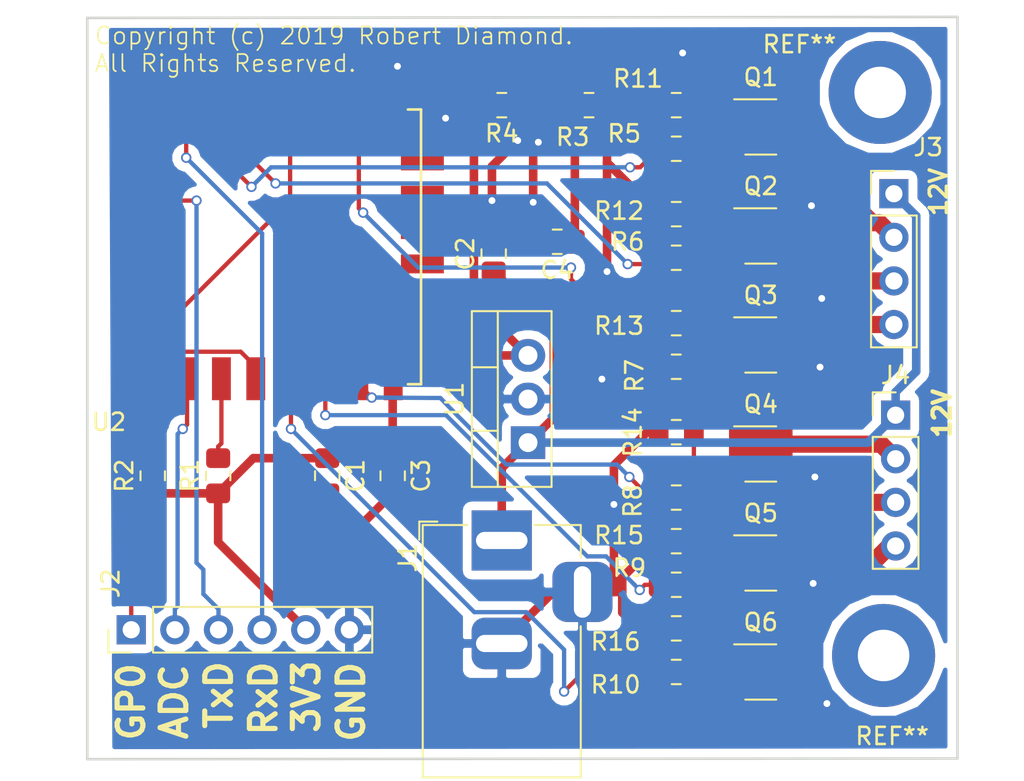
<source format=kicad_pcb>
(kicad_pcb (version 20171130) (host pcbnew "(5.0.1-3-g963ef8bb5)")

  (general
    (thickness 1.6)
    (drawings 13)
    (tracks 247)
    (zones 0)
    (modules 34)
    (nets 29)
  )

  (page A4)
  (layers
    (0 F.Cu signal)
    (31 B.Cu signal)
    (32 B.Adhes user)
    (33 F.Adhes user)
    (34 B.Paste user)
    (35 F.Paste user)
    (36 B.SilkS user)
    (37 F.SilkS user)
    (38 B.Mask user)
    (39 F.Mask user)
    (40 Dwgs.User user)
    (41 Cmts.User user)
    (42 Eco1.User user)
    (43 Eco2.User user)
    (44 Edge.Cuts user)
    (45 Margin user)
    (46 B.CrtYd user)
    (47 F.CrtYd user)
    (48 B.Fab user)
    (49 F.Fab user)
  )

  (setup
    (last_trace_width 0.25)
    (trace_clearance 0.2)
    (zone_clearance 0.1)
    (zone_45_only yes)
    (trace_min 0.2)
    (segment_width 0.2)
    (edge_width 0.15)
    (via_size 0.6)
    (via_drill 0.4)
    (via_min_size 0.4)
    (via_min_drill 0.3)
    (uvia_size 0.3)
    (uvia_drill 0.1)
    (uvias_allowed no)
    (uvia_min_size 0.2)
    (uvia_min_drill 0.1)
    (pcb_text_width 0.3)
    (pcb_text_size 1.5 1.5)
    (mod_edge_width 0.15)
    (mod_text_size 1 1)
    (mod_text_width 0.15)
    (pad_size 1.524 1.524)
    (pad_drill 0.762)
    (pad_to_mask_clearance 0.2)
    (solder_mask_min_width 0.25)
    (aux_axis_origin 0 0)
    (visible_elements FFFFFF7F)
    (pcbplotparams
      (layerselection 0x01030_ffffffff)
      (usegerberextensions false)
      (usegerberattributes false)
      (usegerberadvancedattributes false)
      (creategerberjobfile false)
      (excludeedgelayer true)
      (linewidth 0.100000)
      (plotframeref false)
      (viasonmask false)
      (mode 1)
      (useauxorigin false)
      (hpglpennumber 1)
      (hpglpenspeed 20)
      (hpglpendiameter 15.000000)
      (psnegative false)
      (psa4output false)
      (plotreference true)
      (plotvalue true)
      (plotinvisibletext false)
      (padsonsilk false)
      (subtractmaskfromsilk false)
      (outputformat 1)
      (mirror false)
      (drillshape 0)
      (scaleselection 1)
      (outputdirectory ""))
  )

  (net 0 "")
  (net 1 +3V3)
  (net 2 GND)
  (net 3 +12V)
  (net 4 ADC)
  (net 5 TxD)
  (net 6 RxD)
  (net 7 "Net-(J3-Pad4)")
  (net 8 "Net-(J3-Pad2)")
  (net 9 "Net-(J3-Pad3)")
  (net 10 "Net-(J4-Pad4)")
  (net 11 "Net-(J4-Pad2)")
  (net 12 "Net-(J4-Pad3)")
  (net 13 "Net-(R1-Pad2)")
  (net 14 "Net-(R2-Pad2)")
  (net 15 GPIO0)
  (net 16 GPIO2)
  (net 17 Red1)
  (net 18 Green1)
  (net 19 Blue1)
  (net 20 Red2)
  (net 21 Green2)
  (net 22 Blue2)
  (net 23 "Net-(Q1-Pad3)")
  (net 24 "Net-(Q2-Pad3)")
  (net 25 "Net-(Q3-Pad3)")
  (net 26 "Net-(Q4-Pad3)")
  (net 27 "Net-(Q5-Pad3)")
  (net 28 "Net-(Q6-Pad3)")

  (net_class Default "This is the default net class."
    (clearance 0.2)
    (trace_width 0.25)
    (via_dia 0.6)
    (via_drill 0.4)
    (uvia_dia 0.3)
    (uvia_drill 0.1)
    (add_net ADC)
    (add_net Blue1)
    (add_net Blue2)
    (add_net GPIO0)
    (add_net GPIO2)
    (add_net Green1)
    (add_net Green2)
    (add_net "Net-(Q1-Pad3)")
    (add_net "Net-(Q2-Pad3)")
    (add_net "Net-(Q3-Pad3)")
    (add_net "Net-(Q4-Pad3)")
    (add_net "Net-(Q5-Pad3)")
    (add_net "Net-(Q6-Pad3)")
    (add_net "Net-(R1-Pad2)")
    (add_net "Net-(R2-Pad2)")
    (add_net Red1)
    (add_net Red2)
    (add_net RxD)
    (add_net TxD)
  )

  (net_class LED ""
    (clearance 0.2)
    (trace_width 1)
    (via_dia 0.8)
    (via_drill 0.6)
    (uvia_dia 0.3)
    (uvia_drill 0.1)
    (add_net "Net-(J3-Pad2)")
    (add_net "Net-(J3-Pad3)")
    (add_net "Net-(J3-Pad4)")
    (add_net "Net-(J4-Pad2)")
    (add_net "Net-(J4-Pad3)")
    (add_net "Net-(J4-Pad4)")
  )

  (net_class power ""
    (clearance 0.2)
    (trace_width 0.5)
    (via_dia 0.6)
    (via_drill 0.4)
    (uvia_dia 0.3)
    (uvia_drill 0.1)
    (add_net +12V)
    (add_net +3V3)
    (add_net GND)
  )

  (module MountingHole:MountingHole_3mm_Pad (layer F.Cu) (tedit 5C8DB7D5) (tstamp 5C8FE850)
    (at 188.4 65.3)
    (descr "Mounting Hole 3mm")
    (tags "mounting hole 3mm")
    (attr virtual)
    (fp_text reference REF** (at -4.7 -2.8) (layer F.SilkS)
      (effects (font (size 1 1) (thickness 0.15)))
    )
    (fp_text value MountingHole_3mm_Pad (at 1.8 -4.8) (layer F.Fab)
      (effects (font (size 0.7 0.7) (thickness 0.1)))
    )
    (fp_text user %R (at 0.3 0) (layer F.Fab)
      (effects (font (size 1 1) (thickness 0.15)))
    )
    (fp_circle (center 0 0) (end 3 0) (layer Cmts.User) (width 0.15))
    (fp_circle (center 0 0) (end 3.25 0) (layer F.CrtYd) (width 0.05))
    (pad 1 thru_hole circle (at 0 0) (size 6 6) (drill 3) (layers *.Cu *.Mask))
  )

  (module Package_TO_SOT_SMD:SOT-23-6 (layer F.Cu) (tedit 5C8FEC69) (tstamp 5C9C34D7)
    (at 181.45 67.31)
    (descr "6-pin SOT-23 package")
    (tags SOT-23-6)
    (path /5C91E9FB)
    (attr smd)
    (fp_text reference Q1 (at 0 -2.9) (layer F.SilkS)
      (effects (font (size 1 1) (thickness 0.15)))
    )
    (fp_text value PMN20EN (at 0 2.9) (layer F.Fab)
      (effects (font (size 0.8 0.8) (thickness 0.15)))
    )
    (fp_line (start 0.9 -1.55) (end 0.9 1.55) (layer F.Fab) (width 0.1))
    (fp_line (start 0.9 1.55) (end -0.9 1.55) (layer F.Fab) (width 0.1))
    (fp_line (start -0.9 -0.9) (end -0.9 1.55) (layer F.Fab) (width 0.1))
    (fp_line (start 0.9 -1.55) (end -0.25 -1.55) (layer F.Fab) (width 0.1))
    (fp_line (start -0.9 -0.9) (end -0.25 -1.55) (layer F.Fab) (width 0.1))
    (fp_line (start -1.9 -1.8) (end -1.9 1.8) (layer F.CrtYd) (width 0.05))
    (fp_line (start -1.9 1.8) (end 1.9 1.8) (layer F.CrtYd) (width 0.05))
    (fp_line (start 1.9 1.8) (end 1.9 -1.8) (layer F.CrtYd) (width 0.05))
    (fp_line (start 1.9 -1.8) (end -1.9 -1.8) (layer F.CrtYd) (width 0.05))
    (fp_line (start 0.9 -1.61) (end -1.55 -1.61) (layer F.SilkS) (width 0.12))
    (fp_line (start -0.9 1.61) (end 0.9 1.61) (layer F.SilkS) (width 0.12))
    (fp_text user %R (at 0 0 90) (layer F.Fab)
      (effects (font (size 0.5 0.5) (thickness 0.075)))
    )
    (pad 5 smd rect (at 1.1 0) (size 1.06 0.65) (layers F.Cu F.Paste F.Mask)
      (net 8 "Net-(J3-Pad2)"))
    (pad 6 smd rect (at 1.1 -0.95) (size 1.06 0.65) (layers F.Cu F.Paste F.Mask)
      (net 8 "Net-(J3-Pad2)"))
    (pad 4 smd rect (at 1.1 0.95) (size 1.06 0.65) (layers F.Cu F.Paste F.Mask)
      (net 2 GND))
    (pad 3 smd rect (at -1.1 0.95) (size 1.06 0.65) (layers F.Cu F.Paste F.Mask)
      (net 23 "Net-(Q1-Pad3)"))
    (pad 2 smd rect (at -1.1 0) (size 1.06 0.65) (layers F.Cu F.Paste F.Mask)
      (net 8 "Net-(J3-Pad2)"))
    (pad 1 smd rect (at -1.1 -0.95) (size 1.06 0.65) (layers F.Cu F.Paste F.Mask)
      (net 8 "Net-(J3-Pad2)"))
    (model ${KISYS3DMOD}/Package_TO_SOT_SMD.3dshapes/SOT-23-6.wrl
      (at (xyz 0 0 0))
      (scale (xyz 1 1 1))
      (rotate (xyz 0 0 0))
    )
  )

  (module Package_TO_SOT_SMD:SOT-23-6 (layer F.Cu) (tedit 5A02FF57) (tstamp 5C9C3555)
    (at 181.45 73.66)
    (descr "6-pin SOT-23 package")
    (tags SOT-23-6)
    (path /5C93C102)
    (attr smd)
    (fp_text reference Q2 (at 0 -2.9) (layer F.SilkS)
      (effects (font (size 1 1) (thickness 0.15)))
    )
    (fp_text value PMN20EN (at 0 2.9) (layer F.Fab)
      (effects (font (size 1 1) (thickness 0.15)))
    )
    (fp_text user %R (at 0 0 90) (layer F.Fab)
      (effects (font (size 0.5 0.5) (thickness 0.075)))
    )
    (fp_line (start -0.9 1.61) (end 0.9 1.61) (layer F.SilkS) (width 0.12))
    (fp_line (start 0.9 -1.61) (end -1.55 -1.61) (layer F.SilkS) (width 0.12))
    (fp_line (start 1.9 -1.8) (end -1.9 -1.8) (layer F.CrtYd) (width 0.05))
    (fp_line (start 1.9 1.8) (end 1.9 -1.8) (layer F.CrtYd) (width 0.05))
    (fp_line (start -1.9 1.8) (end 1.9 1.8) (layer F.CrtYd) (width 0.05))
    (fp_line (start -1.9 -1.8) (end -1.9 1.8) (layer F.CrtYd) (width 0.05))
    (fp_line (start -0.9 -0.9) (end -0.25 -1.55) (layer F.Fab) (width 0.1))
    (fp_line (start 0.9 -1.55) (end -0.25 -1.55) (layer F.Fab) (width 0.1))
    (fp_line (start -0.9 -0.9) (end -0.9 1.55) (layer F.Fab) (width 0.1))
    (fp_line (start 0.9 1.55) (end -0.9 1.55) (layer F.Fab) (width 0.1))
    (fp_line (start 0.9 -1.55) (end 0.9 1.55) (layer F.Fab) (width 0.1))
    (pad 1 smd rect (at -1.1 -0.95) (size 1.06 0.65) (layers F.Cu F.Paste F.Mask)
      (net 9 "Net-(J3-Pad3)"))
    (pad 2 smd rect (at -1.1 0) (size 1.06 0.65) (layers F.Cu F.Paste F.Mask)
      (net 9 "Net-(J3-Pad3)"))
    (pad 3 smd rect (at -1.1 0.95) (size 1.06 0.65) (layers F.Cu F.Paste F.Mask)
      (net 24 "Net-(Q2-Pad3)"))
    (pad 4 smd rect (at 1.1 0.95) (size 1.06 0.65) (layers F.Cu F.Paste F.Mask)
      (net 2 GND))
    (pad 6 smd rect (at 1.1 -0.95) (size 1.06 0.65) (layers F.Cu F.Paste F.Mask)
      (net 9 "Net-(J3-Pad3)"))
    (pad 5 smd rect (at 1.1 0) (size 1.06 0.65) (layers F.Cu F.Paste F.Mask)
      (net 9 "Net-(J3-Pad3)"))
    (model ${KISYS3DMOD}/Package_TO_SOT_SMD.3dshapes/SOT-23-6.wrl
      (at (xyz 0 0 0))
      (scale (xyz 1 1 1))
      (rotate (xyz 0 0 0))
    )
  )

  (module Package_TO_SOT_SMD:SOT-23-6 (layer F.Cu) (tedit 5A02FF57) (tstamp 5C9C3516)
    (at 181.45 80.01)
    (descr "6-pin SOT-23 package")
    (tags SOT-23-6)
    (path /5C93C7DE)
    (attr smd)
    (fp_text reference Q3 (at 0 -2.9) (layer F.SilkS)
      (effects (font (size 1 1) (thickness 0.15)))
    )
    (fp_text value PMN20EN (at 0 2.9) (layer F.Fab)
      (effects (font (size 1 1) (thickness 0.15)))
    )
    (fp_line (start 0.9 -1.55) (end 0.9 1.55) (layer F.Fab) (width 0.1))
    (fp_line (start 0.9 1.55) (end -0.9 1.55) (layer F.Fab) (width 0.1))
    (fp_line (start -0.9 -0.9) (end -0.9 1.55) (layer F.Fab) (width 0.1))
    (fp_line (start 0.9 -1.55) (end -0.25 -1.55) (layer F.Fab) (width 0.1))
    (fp_line (start -0.9 -0.9) (end -0.25 -1.55) (layer F.Fab) (width 0.1))
    (fp_line (start -1.9 -1.8) (end -1.9 1.8) (layer F.CrtYd) (width 0.05))
    (fp_line (start -1.9 1.8) (end 1.9 1.8) (layer F.CrtYd) (width 0.05))
    (fp_line (start 1.9 1.8) (end 1.9 -1.8) (layer F.CrtYd) (width 0.05))
    (fp_line (start 1.9 -1.8) (end -1.9 -1.8) (layer F.CrtYd) (width 0.05))
    (fp_line (start 0.9 -1.61) (end -1.55 -1.61) (layer F.SilkS) (width 0.12))
    (fp_line (start -0.9 1.61) (end 0.9 1.61) (layer F.SilkS) (width 0.12))
    (fp_text user %R (at 0 0 90) (layer F.Fab)
      (effects (font (size 0.5 0.5) (thickness 0.075)))
    )
    (pad 5 smd rect (at 1.1 0) (size 1.06 0.65) (layers F.Cu F.Paste F.Mask)
      (net 7 "Net-(J3-Pad4)"))
    (pad 6 smd rect (at 1.1 -0.95) (size 1.06 0.65) (layers F.Cu F.Paste F.Mask)
      (net 7 "Net-(J3-Pad4)"))
    (pad 4 smd rect (at 1.1 0.95) (size 1.06 0.65) (layers F.Cu F.Paste F.Mask)
      (net 2 GND))
    (pad 3 smd rect (at -1.1 0.95) (size 1.06 0.65) (layers F.Cu F.Paste F.Mask)
      (net 25 "Net-(Q3-Pad3)"))
    (pad 2 smd rect (at -1.1 0) (size 1.06 0.65) (layers F.Cu F.Paste F.Mask)
      (net 7 "Net-(J3-Pad4)"))
    (pad 1 smd rect (at -1.1 -0.95) (size 1.06 0.65) (layers F.Cu F.Paste F.Mask)
      (net 7 "Net-(J3-Pad4)"))
    (model ${KISYS3DMOD}/Package_TO_SOT_SMD.3dshapes/SOT-23-6.wrl
      (at (xyz 0 0 0))
      (scale (xyz 1 1 1))
      (rotate (xyz 0 0 0))
    )
  )

  (module Package_TO_SOT_SMD:SOT-23-6 (layer F.Cu) (tedit 5A02FF57) (tstamp 5C9C3594)
    (at 181.45 86.36)
    (descr "6-pin SOT-23 package")
    (tags SOT-23-6)
    (path /5C9CC438)
    (attr smd)
    (fp_text reference Q4 (at 0 -2.9) (layer F.SilkS)
      (effects (font (size 1 1) (thickness 0.15)))
    )
    (fp_text value PMN20EN (at 0 2.9) (layer F.Fab)
      (effects (font (size 1 1) (thickness 0.15)))
    )
    (fp_text user %R (at 0 0 90) (layer F.Fab)
      (effects (font (size 0.5 0.5) (thickness 0.075)))
    )
    (fp_line (start -0.9 1.61) (end 0.9 1.61) (layer F.SilkS) (width 0.12))
    (fp_line (start 0.9 -1.61) (end -1.55 -1.61) (layer F.SilkS) (width 0.12))
    (fp_line (start 1.9 -1.8) (end -1.9 -1.8) (layer F.CrtYd) (width 0.05))
    (fp_line (start 1.9 1.8) (end 1.9 -1.8) (layer F.CrtYd) (width 0.05))
    (fp_line (start -1.9 1.8) (end 1.9 1.8) (layer F.CrtYd) (width 0.05))
    (fp_line (start -1.9 -1.8) (end -1.9 1.8) (layer F.CrtYd) (width 0.05))
    (fp_line (start -0.9 -0.9) (end -0.25 -1.55) (layer F.Fab) (width 0.1))
    (fp_line (start 0.9 -1.55) (end -0.25 -1.55) (layer F.Fab) (width 0.1))
    (fp_line (start -0.9 -0.9) (end -0.9 1.55) (layer F.Fab) (width 0.1))
    (fp_line (start 0.9 1.55) (end -0.9 1.55) (layer F.Fab) (width 0.1))
    (fp_line (start 0.9 -1.55) (end 0.9 1.55) (layer F.Fab) (width 0.1))
    (pad 1 smd rect (at -1.1 -0.95) (size 1.06 0.65) (layers F.Cu F.Paste F.Mask)
      (net 11 "Net-(J4-Pad2)"))
    (pad 2 smd rect (at -1.1 0) (size 1.06 0.65) (layers F.Cu F.Paste F.Mask)
      (net 11 "Net-(J4-Pad2)"))
    (pad 3 smd rect (at -1.1 0.95) (size 1.06 0.65) (layers F.Cu F.Paste F.Mask)
      (net 26 "Net-(Q4-Pad3)"))
    (pad 4 smd rect (at 1.1 0.95) (size 1.06 0.65) (layers F.Cu F.Paste F.Mask)
      (net 2 GND))
    (pad 6 smd rect (at 1.1 -0.95) (size 1.06 0.65) (layers F.Cu F.Paste F.Mask)
      (net 11 "Net-(J4-Pad2)"))
    (pad 5 smd rect (at 1.1 0) (size 1.06 0.65) (layers F.Cu F.Paste F.Mask)
      (net 11 "Net-(J4-Pad2)"))
    (model ${KISYS3DMOD}/Package_TO_SOT_SMD.3dshapes/SOT-23-6.wrl
      (at (xyz 0 0 0))
      (scale (xyz 1 1 1))
      (rotate (xyz 0 0 0))
    )
  )

  (module Package_TO_SOT_SMD:SOT-23-6 (layer F.Cu) (tedit 5A02FF57) (tstamp 5C9C3498)
    (at 181.45 92.71)
    (descr "6-pin SOT-23 package")
    (tags SOT-23-6)
    (path /5C9F5665)
    (attr smd)
    (fp_text reference Q5 (at 0 -2.9) (layer F.SilkS)
      (effects (font (size 1 1) (thickness 0.15)))
    )
    (fp_text value PMN20EN (at 0 2.9) (layer F.Fab)
      (effects (font (size 1 1) (thickness 0.15)))
    )
    (fp_line (start 0.9 -1.55) (end 0.9 1.55) (layer F.Fab) (width 0.1))
    (fp_line (start 0.9 1.55) (end -0.9 1.55) (layer F.Fab) (width 0.1))
    (fp_line (start -0.9 -0.9) (end -0.9 1.55) (layer F.Fab) (width 0.1))
    (fp_line (start 0.9 -1.55) (end -0.25 -1.55) (layer F.Fab) (width 0.1))
    (fp_line (start -0.9 -0.9) (end -0.25 -1.55) (layer F.Fab) (width 0.1))
    (fp_line (start -1.9 -1.8) (end -1.9 1.8) (layer F.CrtYd) (width 0.05))
    (fp_line (start -1.9 1.8) (end 1.9 1.8) (layer F.CrtYd) (width 0.05))
    (fp_line (start 1.9 1.8) (end 1.9 -1.8) (layer F.CrtYd) (width 0.05))
    (fp_line (start 1.9 -1.8) (end -1.9 -1.8) (layer F.CrtYd) (width 0.05))
    (fp_line (start 0.9 -1.61) (end -1.55 -1.61) (layer F.SilkS) (width 0.12))
    (fp_line (start -0.9 1.61) (end 0.9 1.61) (layer F.SilkS) (width 0.12))
    (fp_text user %R (at 0 0 90) (layer F.Fab)
      (effects (font (size 0.5 0.5) (thickness 0.075)))
    )
    (pad 5 smd rect (at 1.1 0) (size 1.06 0.65) (layers F.Cu F.Paste F.Mask)
      (net 12 "Net-(J4-Pad3)"))
    (pad 6 smd rect (at 1.1 -0.95) (size 1.06 0.65) (layers F.Cu F.Paste F.Mask)
      (net 12 "Net-(J4-Pad3)"))
    (pad 4 smd rect (at 1.1 0.95) (size 1.06 0.65) (layers F.Cu F.Paste F.Mask)
      (net 2 GND))
    (pad 3 smd rect (at -1.1 0.95) (size 1.06 0.65) (layers F.Cu F.Paste F.Mask)
      (net 27 "Net-(Q5-Pad3)"))
    (pad 2 smd rect (at -1.1 0) (size 1.06 0.65) (layers F.Cu F.Paste F.Mask)
      (net 12 "Net-(J4-Pad3)"))
    (pad 1 smd rect (at -1.1 -0.95) (size 1.06 0.65) (layers F.Cu F.Paste F.Mask)
      (net 12 "Net-(J4-Pad3)"))
    (model ${KISYS3DMOD}/Package_TO_SOT_SMD.3dshapes/SOT-23-6.wrl
      (at (xyz 0 0 0))
      (scale (xyz 1 1 1))
      (rotate (xyz 0 0 0))
    )
  )

  (module Package_TO_SOT_SMD:SOT-23-6 (layer F.Cu) (tedit 5A02FF57) (tstamp 5C9C3459)
    (at 181.45 99.06)
    (descr "6-pin SOT-23 package")
    (tags SOT-23-6)
    (path /5CA1A971)
    (attr smd)
    (fp_text reference Q6 (at 0 -2.9) (layer F.SilkS)
      (effects (font (size 1 1) (thickness 0.15)))
    )
    (fp_text value PMN20EN (at 0 2.9) (layer F.Fab)
      (effects (font (size 1 1) (thickness 0.15)))
    )
    (fp_text user %R (at 0 0 90) (layer F.Fab)
      (effects (font (size 0.5 0.5) (thickness 0.075)))
    )
    (fp_line (start -0.9 1.61) (end 0.9 1.61) (layer F.SilkS) (width 0.12))
    (fp_line (start 0.9 -1.61) (end -1.55 -1.61) (layer F.SilkS) (width 0.12))
    (fp_line (start 1.9 -1.8) (end -1.9 -1.8) (layer F.CrtYd) (width 0.05))
    (fp_line (start 1.9 1.8) (end 1.9 -1.8) (layer F.CrtYd) (width 0.05))
    (fp_line (start -1.9 1.8) (end 1.9 1.8) (layer F.CrtYd) (width 0.05))
    (fp_line (start -1.9 -1.8) (end -1.9 1.8) (layer F.CrtYd) (width 0.05))
    (fp_line (start -0.9 -0.9) (end -0.25 -1.55) (layer F.Fab) (width 0.1))
    (fp_line (start 0.9 -1.55) (end -0.25 -1.55) (layer F.Fab) (width 0.1))
    (fp_line (start -0.9 -0.9) (end -0.9 1.55) (layer F.Fab) (width 0.1))
    (fp_line (start 0.9 1.55) (end -0.9 1.55) (layer F.Fab) (width 0.1))
    (fp_line (start 0.9 -1.55) (end 0.9 1.55) (layer F.Fab) (width 0.1))
    (pad 1 smd rect (at -1.1 -0.95) (size 1.06 0.65) (layers F.Cu F.Paste F.Mask)
      (net 10 "Net-(J4-Pad4)"))
    (pad 2 smd rect (at -1.1 0) (size 1.06 0.65) (layers F.Cu F.Paste F.Mask)
      (net 10 "Net-(J4-Pad4)"))
    (pad 3 smd rect (at -1.1 0.95) (size 1.06 0.65) (layers F.Cu F.Paste F.Mask)
      (net 28 "Net-(Q6-Pad3)"))
    (pad 4 smd rect (at 1.1 0.95) (size 1.06 0.65) (layers F.Cu F.Paste F.Mask)
      (net 2 GND))
    (pad 6 smd rect (at 1.1 -0.95) (size 1.06 0.65) (layers F.Cu F.Paste F.Mask)
      (net 10 "Net-(J4-Pad4)"))
    (pad 5 smd rect (at 1.1 0) (size 1.06 0.65) (layers F.Cu F.Paste F.Mask)
      (net 10 "Net-(J4-Pad4)"))
    (model ${KISYS3DMOD}/Package_TO_SOT_SMD.3dshapes/SOT-23-6.wrl
      (at (xyz 0 0 0))
      (scale (xyz 1 1 1))
      (rotate (xyz 0 0 0))
    )
  )

  (module Capacitor_SMD:C_0805_2012Metric_Pad1.15x1.40mm_HandSolder (layer F.Cu) (tedit 5B36C52B) (tstamp 5C91CD85)
    (at 156.21 87.63 270)
    (descr "Capacitor SMD 0805 (2012 Metric), square (rectangular) end terminal, IPC_7351 nominal with elongated pad for handsoldering. (Body size source: https://docs.google.com/spreadsheets/d/1BsfQQcO9C6DZCsRaXUlFlo91Tg2WpOkGARC1WS5S8t0/edit?usp=sharing), generated with kicad-footprint-generator")
    (tags "capacitor handsolder")
    (path /5A4EEBDF)
    (attr smd)
    (fp_text reference C1 (at 0 -1.65 270) (layer F.SilkS)
      (effects (font (size 1 1) (thickness 0.15)))
    )
    (fp_text value .1uf (at 0 1.65 270) (layer F.Fab)
      (effects (font (size 1 1) (thickness 0.15)))
    )
    (fp_text user %R (at 0 0 270) (layer F.Fab)
      (effects (font (size 0.5 0.5) (thickness 0.08)))
    )
    (fp_line (start 1.85 0.95) (end -1.85 0.95) (layer F.CrtYd) (width 0.05))
    (fp_line (start 1.85 -0.95) (end 1.85 0.95) (layer F.CrtYd) (width 0.05))
    (fp_line (start -1.85 -0.95) (end 1.85 -0.95) (layer F.CrtYd) (width 0.05))
    (fp_line (start -1.85 0.95) (end -1.85 -0.95) (layer F.CrtYd) (width 0.05))
    (fp_line (start -0.261252 0.71) (end 0.261252 0.71) (layer F.SilkS) (width 0.12))
    (fp_line (start -0.261252 -0.71) (end 0.261252 -0.71) (layer F.SilkS) (width 0.12))
    (fp_line (start 1 0.6) (end -1 0.6) (layer F.Fab) (width 0.1))
    (fp_line (start 1 -0.6) (end 1 0.6) (layer F.Fab) (width 0.1))
    (fp_line (start -1 -0.6) (end 1 -0.6) (layer F.Fab) (width 0.1))
    (fp_line (start -1 0.6) (end -1 -0.6) (layer F.Fab) (width 0.1))
    (pad 2 smd roundrect (at 1.025 0 270) (size 1.15 1.4) (layers F.Cu F.Paste F.Mask) (roundrect_rratio 0.217391)
      (net 2 GND))
    (pad 1 smd roundrect (at -1.025 0 270) (size 1.15 1.4) (layers F.Cu F.Paste F.Mask) (roundrect_rratio 0.217391)
      (net 1 +3V3))
    (model ${KISYS3DMOD}/Capacitor_SMD.3dshapes/C_0805_2012Metric.wrl
      (at (xyz 0 0 0))
      (scale (xyz 1 1 1))
      (rotate (xyz 0 0 0))
    )
  )

  (module Capacitor_SMD:C_0805_2012Metric_Pad1.15x1.40mm_HandSolder (layer F.Cu) (tedit 5B36C52B) (tstamp 5C91CD95)
    (at 165.9 74.7 90)
    (descr "Capacitor SMD 0805 (2012 Metric), square (rectangular) end terminal, IPC_7351 nominal with elongated pad for handsoldering. (Body size source: https://docs.google.com/spreadsheets/d/1BsfQQcO9C6DZCsRaXUlFlo91Tg2WpOkGARC1WS5S8t0/edit?usp=sharing), generated with kicad-footprint-generator")
    (tags "capacitor handsolder")
    (path /5A4EEB62)
    (attr smd)
    (fp_text reference C2 (at 0 -1.65 90) (layer F.SilkS)
      (effects (font (size 1 1) (thickness 0.15)))
    )
    (fp_text value 1uf (at 0 1.65 90) (layer F.Fab)
      (effects (font (size 1 1) (thickness 0.15)))
    )
    (fp_line (start -1 0.6) (end -1 -0.6) (layer F.Fab) (width 0.1))
    (fp_line (start -1 -0.6) (end 1 -0.6) (layer F.Fab) (width 0.1))
    (fp_line (start 1 -0.6) (end 1 0.6) (layer F.Fab) (width 0.1))
    (fp_line (start 1 0.6) (end -1 0.6) (layer F.Fab) (width 0.1))
    (fp_line (start -0.261252 -0.71) (end 0.261252 -0.71) (layer F.SilkS) (width 0.12))
    (fp_line (start -0.261252 0.71) (end 0.261252 0.71) (layer F.SilkS) (width 0.12))
    (fp_line (start -1.85 0.95) (end -1.85 -0.95) (layer F.CrtYd) (width 0.05))
    (fp_line (start -1.85 -0.95) (end 1.85 -0.95) (layer F.CrtYd) (width 0.05))
    (fp_line (start 1.85 -0.95) (end 1.85 0.95) (layer F.CrtYd) (width 0.05))
    (fp_line (start 1.85 0.95) (end -1.85 0.95) (layer F.CrtYd) (width 0.05))
    (fp_text user %R (at 0 0 90) (layer F.Fab)
      (effects (font (size 0.5 0.5) (thickness 0.08)))
    )
    (pad 1 smd roundrect (at -1.025 0 90) (size 1.15 1.4) (layers F.Cu F.Paste F.Mask) (roundrect_rratio 0.217391)
      (net 3 +12V))
    (pad 2 smd roundrect (at 1.025 0 90) (size 1.15 1.4) (layers F.Cu F.Paste F.Mask) (roundrect_rratio 0.217391)
      (net 2 GND))
    (model ${KISYS3DMOD}/Capacitor_SMD.3dshapes/C_0805_2012Metric.wrl
      (at (xyz 0 0 0))
      (scale (xyz 1 1 1))
      (rotate (xyz 0 0 0))
    )
  )

  (module Resistor_SMD:R_0805_2012Metric_Pad1.15x1.40mm_HandSolder (layer F.Cu) (tedit 5C85504B) (tstamp 5C91CE8F)
    (at 149.86 87.63 90)
    (descr "Resistor SMD 0805 (2012 Metric), square (rectangular) end terminal, IPC_7351 nominal with elongated pad for handsoldering. (Body size source: https://docs.google.com/spreadsheets/d/1BsfQQcO9C6DZCsRaXUlFlo91Tg2WpOkGARC1WS5S8t0/edit?usp=sharing), generated with kicad-footprint-generator")
    (tags "resistor handsolder")
    (path /5A4F0F95)
    (attr smd)
    (fp_text reference R1 (at 0 -1.65 90) (layer F.SilkS)
      (effects (font (size 1 1) (thickness 0.15)))
    )
    (fp_text value 10k (at 0 1.65 90) (layer F.Fab)
      (effects (font (size 1 1) (thickness 0.15)))
    )
    (fp_line (start -1 0.6) (end -1 -0.6) (layer F.Fab) (width 0.1))
    (fp_line (start -1 -0.6) (end 1 -0.6) (layer F.Fab) (width 0.1))
    (fp_line (start 1 -0.6) (end 1 0.6) (layer F.Fab) (width 0.1))
    (fp_line (start 1 0.6) (end -1 0.6) (layer F.Fab) (width 0.1))
    (fp_line (start -0.261252 -0.71) (end 0.261252 -0.71) (layer F.SilkS) (width 0.12))
    (fp_line (start -0.261252 0.71) (end 0.261252 0.71) (layer F.SilkS) (width 0.12))
    (fp_line (start -1.85 0.95) (end -1.85 -0.95) (layer F.CrtYd) (width 0.05))
    (fp_line (start -1.85 -0.95) (end 1.85 -0.95) (layer F.CrtYd) (width 0.05))
    (fp_line (start 1.85 -0.95) (end 1.85 0.95) (layer F.CrtYd) (width 0.05))
    (fp_line (start 1.85 0.95) (end -1.85 0.95) (layer F.CrtYd) (width 0.05))
    (fp_text user %R (at 0 0 90) (layer F.Fab)
      (effects (font (size 0.5 0.5) (thickness 0.08)))
    )
    (pad 1 smd roundrect (at -1.025 0 90) (size 1.15 1.4) (layers F.Cu F.Paste F.Mask) (roundrect_rratio 0.217391)
      (net 1 +3V3))
    (pad 2 smd roundrect (at 1.025 0 90) (size 1.15 1.4) (layers F.Cu F.Paste F.Mask) (roundrect_rratio 0.217391)
      (net 13 "Net-(R1-Pad2)"))
    (model ${KISYS3DMOD}/Resistor_SMD.3dshapes/R_0805_2012Metric.wrl
      (at (xyz 0 0 0))
      (scale (xyz 1 1 1))
      (rotate (xyz 0 0 0))
    )
  )

  (module Resistor_SMD:R_0805_2012Metric_Pad1.15x1.40mm_HandSolder (layer F.Cu) (tedit 5C85504B) (tstamp 5C91CE9F)
    (at 146.05 87.63 90)
    (descr "Resistor SMD 0805 (2012 Metric), square (rectangular) end terminal, IPC_7351 nominal with elongated pad for handsoldering. (Body size source: https://docs.google.com/spreadsheets/d/1BsfQQcO9C6DZCsRaXUlFlo91Tg2WpOkGARC1WS5S8t0/edit?usp=sharing), generated with kicad-footprint-generator")
    (tags "resistor handsolder")
    (path /5A4E6E11)
    (attr smd)
    (fp_text reference R2 (at 0 -1.65 90) (layer F.SilkS)
      (effects (font (size 1 1) (thickness 0.15)))
    )
    (fp_text value 10k (at 0 1.65 90) (layer F.Fab)
      (effects (font (size 1 1) (thickness 0.15)))
    )
    (fp_text user %R (at 0 0 90) (layer F.Fab)
      (effects (font (size 0.5 0.5) (thickness 0.08)))
    )
    (fp_line (start 1.85 0.95) (end -1.85 0.95) (layer F.CrtYd) (width 0.05))
    (fp_line (start 1.85 -0.95) (end 1.85 0.95) (layer F.CrtYd) (width 0.05))
    (fp_line (start -1.85 -0.95) (end 1.85 -0.95) (layer F.CrtYd) (width 0.05))
    (fp_line (start -1.85 0.95) (end -1.85 -0.95) (layer F.CrtYd) (width 0.05))
    (fp_line (start -0.261252 0.71) (end 0.261252 0.71) (layer F.SilkS) (width 0.12))
    (fp_line (start -0.261252 -0.71) (end 0.261252 -0.71) (layer F.SilkS) (width 0.12))
    (fp_line (start 1 0.6) (end -1 0.6) (layer F.Fab) (width 0.1))
    (fp_line (start 1 -0.6) (end 1 0.6) (layer F.Fab) (width 0.1))
    (fp_line (start -1 -0.6) (end 1 -0.6) (layer F.Fab) (width 0.1))
    (fp_line (start -1 0.6) (end -1 -0.6) (layer F.Fab) (width 0.1))
    (pad 2 smd roundrect (at 1.025 0 90) (size 1.15 1.4) (layers F.Cu F.Paste F.Mask) (roundrect_rratio 0.217391)
      (net 14 "Net-(R2-Pad2)"))
    (pad 1 smd roundrect (at -1.025 0 90) (size 1.15 1.4) (layers F.Cu F.Paste F.Mask) (roundrect_rratio 0.217391)
      (net 1 +3V3))
    (model ${KISYS3DMOD}/Resistor_SMD.3dshapes/R_0805_2012Metric.wrl
      (at (xyz 0 0 0))
      (scale (xyz 1 1 1))
      (rotate (xyz 0 0 0))
    )
  )

  (module Resistor_SMD:R_0805_2012Metric_Pad1.15x1.40mm_HandSolder (layer F.Cu) (tedit 5C85504B) (tstamp 5C91CEAF)
    (at 171.45 66.04 180)
    (descr "Resistor SMD 0805 (2012 Metric), square (rectangular) end terminal, IPC_7351 nominal with elongated pad for handsoldering. (Body size source: https://docs.google.com/spreadsheets/d/1BsfQQcO9C6DZCsRaXUlFlo91Tg2WpOkGARC1WS5S8t0/edit?usp=sharing), generated with kicad-footprint-generator")
    (tags "resistor handsolder")
    (path /5A4F1B64)
    (attr smd)
    (fp_text reference R3 (at 0.95 -1.86 180) (layer F.SilkS)
      (effects (font (size 1 1) (thickness 0.15)))
    )
    (fp_text value 10k (at 0 1.65 180) (layer F.Fab)
      (effects (font (size 1 1) (thickness 0.15)))
    )
    (fp_text user %R (at 0 0 180) (layer F.Fab)
      (effects (font (size 0.5 0.5) (thickness 0.08)))
    )
    (fp_line (start 1.85 0.95) (end -1.85 0.95) (layer F.CrtYd) (width 0.05))
    (fp_line (start 1.85 -0.95) (end 1.85 0.95) (layer F.CrtYd) (width 0.05))
    (fp_line (start -1.85 -0.95) (end 1.85 -0.95) (layer F.CrtYd) (width 0.05))
    (fp_line (start -1.85 0.95) (end -1.85 -0.95) (layer F.CrtYd) (width 0.05))
    (fp_line (start -0.261252 0.71) (end 0.261252 0.71) (layer F.SilkS) (width 0.12))
    (fp_line (start -0.261252 -0.71) (end 0.261252 -0.71) (layer F.SilkS) (width 0.12))
    (fp_line (start 1 0.6) (end -1 0.6) (layer F.Fab) (width 0.1))
    (fp_line (start 1 -0.6) (end 1 0.6) (layer F.Fab) (width 0.1))
    (fp_line (start -1 -0.6) (end 1 -0.6) (layer F.Fab) (width 0.1))
    (fp_line (start -1 0.6) (end -1 -0.6) (layer F.Fab) (width 0.1))
    (pad 2 smd roundrect (at 1.025 0 180) (size 1.15 1.4) (layers F.Cu F.Paste F.Mask) (roundrect_rratio 0.217391)
      (net 15 GPIO0))
    (pad 1 smd roundrect (at -1.025 0 180) (size 1.15 1.4) (layers F.Cu F.Paste F.Mask) (roundrect_rratio 0.217391)
      (net 1 +3V3))
    (model ${KISYS3DMOD}/Resistor_SMD.3dshapes/R_0805_2012Metric.wrl
      (at (xyz 0 0 0))
      (scale (xyz 1 1 1))
      (rotate (xyz 0 0 0))
    )
  )

  (module Resistor_SMD:R_0805_2012Metric_Pad1.15x1.40mm_HandSolder (layer F.Cu) (tedit 5C85504B) (tstamp 5C91CEBF)
    (at 166.37 66.04 180)
    (descr "Resistor SMD 0805 (2012 Metric), square (rectangular) end terminal, IPC_7351 nominal with elongated pad for handsoldering. (Body size source: https://docs.google.com/spreadsheets/d/1BsfQQcO9C6DZCsRaXUlFlo91Tg2WpOkGARC1WS5S8t0/edit?usp=sharing), generated with kicad-footprint-generator")
    (tags "resistor handsolder")
    (path /5A4F1C01)
    (attr smd)
    (fp_text reference R4 (at 0 -1.65 180) (layer F.SilkS)
      (effects (font (size 1 1) (thickness 0.15)))
    )
    (fp_text value 10k (at 0 1.65 180) (layer F.Fab)
      (effects (font (size 1 1) (thickness 0.15)))
    )
    (fp_line (start -1 0.6) (end -1 -0.6) (layer F.Fab) (width 0.1))
    (fp_line (start -1 -0.6) (end 1 -0.6) (layer F.Fab) (width 0.1))
    (fp_line (start 1 -0.6) (end 1 0.6) (layer F.Fab) (width 0.1))
    (fp_line (start 1 0.6) (end -1 0.6) (layer F.Fab) (width 0.1))
    (fp_line (start -0.261252 -0.71) (end 0.261252 -0.71) (layer F.SilkS) (width 0.12))
    (fp_line (start -0.261252 0.71) (end 0.261252 0.71) (layer F.SilkS) (width 0.12))
    (fp_line (start -1.85 0.95) (end -1.85 -0.95) (layer F.CrtYd) (width 0.05))
    (fp_line (start -1.85 -0.95) (end 1.85 -0.95) (layer F.CrtYd) (width 0.05))
    (fp_line (start 1.85 -0.95) (end 1.85 0.95) (layer F.CrtYd) (width 0.05))
    (fp_line (start 1.85 0.95) (end -1.85 0.95) (layer F.CrtYd) (width 0.05))
    (fp_text user %R (at 0 0 180) (layer F.Fab)
      (effects (font (size 0.5 0.5) (thickness 0.08)))
    )
    (pad 1 smd roundrect (at -1.025 0 180) (size 1.15 1.4) (layers F.Cu F.Paste F.Mask) (roundrect_rratio 0.217391)
      (net 1 +3V3))
    (pad 2 smd roundrect (at 1.025 0 180) (size 1.15 1.4) (layers F.Cu F.Paste F.Mask) (roundrect_rratio 0.217391)
      (net 16 GPIO2))
    (model ${KISYS3DMOD}/Resistor_SMD.3dshapes/R_0805_2012Metric.wrl
      (at (xyz 0 0 0))
      (scale (xyz 1 1 1))
      (rotate (xyz 0 0 0))
    )
  )

  (module Resistor_SMD:R_0805_2012Metric_Pad1.15x1.40mm_HandSolder (layer F.Cu) (tedit 5C85504B) (tstamp 5C91CECF)
    (at 176.53 68.58)
    (descr "Resistor SMD 0805 (2012 Metric), square (rectangular) end terminal, IPC_7351 nominal with elongated pad for handsoldering. (Body size source: https://docs.google.com/spreadsheets/d/1BsfQQcO9C6DZCsRaXUlFlo91Tg2WpOkGARC1WS5S8t0/edit?usp=sharing), generated with kicad-footprint-generator")
    (tags "resistor handsolder")
    (path /5A4E89DA)
    (attr smd)
    (fp_text reference R5 (at -3.03 -0.88) (layer F.SilkS)
      (effects (font (size 1 1) (thickness 0.15)))
    )
    (fp_text value 100R (at -3.63 1.12) (layer F.Fab)
      (effects (font (size 1 1) (thickness 0.15)))
    )
    (fp_text user %R (at 0 0) (layer F.Fab)
      (effects (font (size 0.5 0.5) (thickness 0.08)))
    )
    (fp_line (start 1.85 0.95) (end -1.85 0.95) (layer F.CrtYd) (width 0.05))
    (fp_line (start 1.85 -0.95) (end 1.85 0.95) (layer F.CrtYd) (width 0.05))
    (fp_line (start -1.85 -0.95) (end 1.85 -0.95) (layer F.CrtYd) (width 0.05))
    (fp_line (start -1.85 0.95) (end -1.85 -0.95) (layer F.CrtYd) (width 0.05))
    (fp_line (start -0.261252 0.71) (end 0.261252 0.71) (layer F.SilkS) (width 0.12))
    (fp_line (start -0.261252 -0.71) (end 0.261252 -0.71) (layer F.SilkS) (width 0.12))
    (fp_line (start 1 0.6) (end -1 0.6) (layer F.Fab) (width 0.1))
    (fp_line (start 1 -0.6) (end 1 0.6) (layer F.Fab) (width 0.1))
    (fp_line (start -1 -0.6) (end 1 -0.6) (layer F.Fab) (width 0.1))
    (fp_line (start -1 0.6) (end -1 -0.6) (layer F.Fab) (width 0.1))
    (pad 2 smd roundrect (at 1.025 0) (size 1.15 1.4) (layers F.Cu F.Paste F.Mask) (roundrect_rratio 0.217391)
      (net 23 "Net-(Q1-Pad3)"))
    (pad 1 smd roundrect (at -1.025 0) (size 1.15 1.4) (layers F.Cu F.Paste F.Mask) (roundrect_rratio 0.217391)
      (net 17 Red1))
    (model ${KISYS3DMOD}/Resistor_SMD.3dshapes/R_0805_2012Metric.wrl
      (at (xyz 0 0 0))
      (scale (xyz 1 1 1))
      (rotate (xyz 0 0 0))
    )
  )

  (module Resistor_SMD:R_0805_2012Metric_Pad1.15x1.40mm_HandSolder (layer F.Cu) (tedit 5C85504B) (tstamp 5C91CEDF)
    (at 176.53 74.93)
    (descr "Resistor SMD 0805 (2012 Metric), square (rectangular) end terminal, IPC_7351 nominal with elongated pad for handsoldering. (Body size source: https://docs.google.com/spreadsheets/d/1BsfQQcO9C6DZCsRaXUlFlo91Tg2WpOkGARC1WS5S8t0/edit?usp=sharing), generated with kicad-footprint-generator")
    (tags "resistor handsolder")
    (path /5A4E8A40)
    (attr smd)
    (fp_text reference R6 (at -2.83 -0.93) (layer F.SilkS)
      (effects (font (size 1 1) (thickness 0.15)))
    )
    (fp_text value 100R (at 1.97 0.67) (layer F.Fab)
      (effects (font (size 1 1) (thickness 0.15)))
    )
    (fp_line (start -1 0.6) (end -1 -0.6) (layer F.Fab) (width 0.1))
    (fp_line (start -1 -0.6) (end 1 -0.6) (layer F.Fab) (width 0.1))
    (fp_line (start 1 -0.6) (end 1 0.6) (layer F.Fab) (width 0.1))
    (fp_line (start 1 0.6) (end -1 0.6) (layer F.Fab) (width 0.1))
    (fp_line (start -0.261252 -0.71) (end 0.261252 -0.71) (layer F.SilkS) (width 0.12))
    (fp_line (start -0.261252 0.71) (end 0.261252 0.71) (layer F.SilkS) (width 0.12))
    (fp_line (start -1.85 0.95) (end -1.85 -0.95) (layer F.CrtYd) (width 0.05))
    (fp_line (start -1.85 -0.95) (end 1.85 -0.95) (layer F.CrtYd) (width 0.05))
    (fp_line (start 1.85 -0.95) (end 1.85 0.95) (layer F.CrtYd) (width 0.05))
    (fp_line (start 1.85 0.95) (end -1.85 0.95) (layer F.CrtYd) (width 0.05))
    (fp_text user %R (at 0 0) (layer F.Fab)
      (effects (font (size 0.5 0.5) (thickness 0.08)))
    )
    (pad 1 smd roundrect (at -1.025 0) (size 1.15 1.4) (layers F.Cu F.Paste F.Mask) (roundrect_rratio 0.217391)
      (net 18 Green1))
    (pad 2 smd roundrect (at 1.025 0) (size 1.15 1.4) (layers F.Cu F.Paste F.Mask) (roundrect_rratio 0.217391)
      (net 24 "Net-(Q2-Pad3)"))
    (model ${KISYS3DMOD}/Resistor_SMD.3dshapes/R_0805_2012Metric.wrl
      (at (xyz 0 0 0))
      (scale (xyz 1 1 1))
      (rotate (xyz 0 0 0))
    )
  )

  (module Capacitor_SMD:C_0805_2012Metric_Pad1.15x1.40mm_HandSolder (layer F.Cu) (tedit 5B36C52B) (tstamp 5C91CDA5)
    (at 160.02 87.63 270)
    (descr "Capacitor SMD 0805 (2012 Metric), square (rectangular) end terminal, IPC_7351 nominal with elongated pad for handsoldering. (Body size source: https://docs.google.com/spreadsheets/d/1BsfQQcO9C6DZCsRaXUlFlo91Tg2WpOkGARC1WS5S8t0/edit?usp=sharing), generated with kicad-footprint-generator")
    (tags "capacitor handsolder")
    (path /5A4EEC9F)
    (attr smd)
    (fp_text reference C3 (at 0 -1.65 270) (layer F.SilkS)
      (effects (font (size 1 1) (thickness 0.15)))
    )
    (fp_text value 10uf (at 0 1.65 270) (layer F.Fab)
      (effects (font (size 1 1) (thickness 0.15)))
    )
    (fp_line (start -1 0.6) (end -1 -0.6) (layer F.Fab) (width 0.1))
    (fp_line (start -1 -0.6) (end 1 -0.6) (layer F.Fab) (width 0.1))
    (fp_line (start 1 -0.6) (end 1 0.6) (layer F.Fab) (width 0.1))
    (fp_line (start 1 0.6) (end -1 0.6) (layer F.Fab) (width 0.1))
    (fp_line (start -0.261252 -0.71) (end 0.261252 -0.71) (layer F.SilkS) (width 0.12))
    (fp_line (start -0.261252 0.71) (end 0.261252 0.71) (layer F.SilkS) (width 0.12))
    (fp_line (start -1.85 0.95) (end -1.85 -0.95) (layer F.CrtYd) (width 0.05))
    (fp_line (start -1.85 -0.95) (end 1.85 -0.95) (layer F.CrtYd) (width 0.05))
    (fp_line (start 1.85 -0.95) (end 1.85 0.95) (layer F.CrtYd) (width 0.05))
    (fp_line (start 1.85 0.95) (end -1.85 0.95) (layer F.CrtYd) (width 0.05))
    (fp_text user %R (at 0 0 270) (layer F.Fab)
      (effects (font (size 0.5 0.5) (thickness 0.08)))
    )
    (pad 1 smd roundrect (at -1.025 0 270) (size 1.15 1.4) (layers F.Cu F.Paste F.Mask) (roundrect_rratio 0.217391)
      (net 1 +3V3))
    (pad 2 smd roundrect (at 1.025 0 270) (size 1.15 1.4) (layers F.Cu F.Paste F.Mask) (roundrect_rratio 0.217391)
      (net 2 GND))
    (model ${KISYS3DMOD}/Capacitor_SMD.3dshapes/C_0805_2012Metric.wrl
      (at (xyz 0 0 0))
      (scale (xyz 1 1 1))
      (rotate (xyz 0 0 0))
    )
  )

  (module Resistor_SMD:R_0805_2012Metric_Pad1.15x1.40mm_HandSolder (layer F.Cu) (tedit 5C85504B) (tstamp 5C91CEEF)
    (at 176.53 81.28)
    (descr "Resistor SMD 0805 (2012 Metric), square (rectangular) end terminal, IPC_7351 nominal with elongated pad for handsoldering. (Body size source: https://docs.google.com/spreadsheets/d/1BsfQQcO9C6DZCsRaXUlFlo91Tg2WpOkGARC1WS5S8t0/edit?usp=sharing), generated with kicad-footprint-generator")
    (tags "resistor handsolder")
    (path /5A4E8A85)
    (attr smd)
    (fp_text reference R7 (at -2.43 0.52 90) (layer F.SilkS)
      (effects (font (size 1 1) (thickness 0.15)))
    )
    (fp_text value 100R (at 0.97 -0.68) (layer F.Fab)
      (effects (font (size 1 1) (thickness 0.15)))
    )
    (fp_text user %R (at 0 0) (layer F.Fab)
      (effects (font (size 0.5 0.5) (thickness 0.08)))
    )
    (fp_line (start 1.85 0.95) (end -1.85 0.95) (layer F.CrtYd) (width 0.05))
    (fp_line (start 1.85 -0.95) (end 1.85 0.95) (layer F.CrtYd) (width 0.05))
    (fp_line (start -1.85 -0.95) (end 1.85 -0.95) (layer F.CrtYd) (width 0.05))
    (fp_line (start -1.85 0.95) (end -1.85 -0.95) (layer F.CrtYd) (width 0.05))
    (fp_line (start -0.261252 0.71) (end 0.261252 0.71) (layer F.SilkS) (width 0.12))
    (fp_line (start -0.261252 -0.71) (end 0.261252 -0.71) (layer F.SilkS) (width 0.12))
    (fp_line (start 1 0.6) (end -1 0.6) (layer F.Fab) (width 0.1))
    (fp_line (start 1 -0.6) (end 1 0.6) (layer F.Fab) (width 0.1))
    (fp_line (start -1 -0.6) (end 1 -0.6) (layer F.Fab) (width 0.1))
    (fp_line (start -1 0.6) (end -1 -0.6) (layer F.Fab) (width 0.1))
    (pad 2 smd roundrect (at 1.025 0) (size 1.15 1.4) (layers F.Cu F.Paste F.Mask) (roundrect_rratio 0.217391)
      (net 25 "Net-(Q3-Pad3)"))
    (pad 1 smd roundrect (at -1.025 0) (size 1.15 1.4) (layers F.Cu F.Paste F.Mask) (roundrect_rratio 0.217391)
      (net 19 Blue1))
    (model ${KISYS3DMOD}/Resistor_SMD.3dshapes/R_0805_2012Metric.wrl
      (at (xyz 0 0 0))
      (scale (xyz 1 1 1))
      (rotate (xyz 0 0 0))
    )
  )

  (module Resistor_SMD:R_0805_2012Metric_Pad1.15x1.40mm_HandSolder (layer F.Cu) (tedit 5C85504B) (tstamp 5C91CEFF)
    (at 176.53 88.9)
    (descr "Resistor SMD 0805 (2012 Metric), square (rectangular) end terminal, IPC_7351 nominal with elongated pad for handsoldering. (Body size source: https://docs.google.com/spreadsheets/d/1BsfQQcO9C6DZCsRaXUlFlo91Tg2WpOkGARC1WS5S8t0/edit?usp=sharing), generated with kicad-footprint-generator")
    (tags "resistor handsolder")
    (path /5A4E8ACC)
    (attr smd)
    (fp_text reference R8 (at -2.53 0.2 90) (layer F.SilkS)
      (effects (font (size 1 1) (thickness 0.15)))
    )
    (fp_text value 100R (at -0.13 -1.5) (layer F.Fab)
      (effects (font (size 1 1) (thickness 0.15)))
    )
    (fp_line (start -1 0.6) (end -1 -0.6) (layer F.Fab) (width 0.1))
    (fp_line (start -1 -0.6) (end 1 -0.6) (layer F.Fab) (width 0.1))
    (fp_line (start 1 -0.6) (end 1 0.6) (layer F.Fab) (width 0.1))
    (fp_line (start 1 0.6) (end -1 0.6) (layer F.Fab) (width 0.1))
    (fp_line (start -0.261252 -0.71) (end 0.261252 -0.71) (layer F.SilkS) (width 0.12))
    (fp_line (start -0.261252 0.71) (end 0.261252 0.71) (layer F.SilkS) (width 0.12))
    (fp_line (start -1.85 0.95) (end -1.85 -0.95) (layer F.CrtYd) (width 0.05))
    (fp_line (start -1.85 -0.95) (end 1.85 -0.95) (layer F.CrtYd) (width 0.05))
    (fp_line (start 1.85 -0.95) (end 1.85 0.95) (layer F.CrtYd) (width 0.05))
    (fp_line (start 1.85 0.95) (end -1.85 0.95) (layer F.CrtYd) (width 0.05))
    (fp_text user %R (at 0 0) (layer F.Fab)
      (effects (font (size 0.5 0.5) (thickness 0.08)))
    )
    (pad 1 smd roundrect (at -1.025 0) (size 1.15 1.4) (layers F.Cu F.Paste F.Mask) (roundrect_rratio 0.217391)
      (net 20 Red2))
    (pad 2 smd roundrect (at 1.025 0) (size 1.15 1.4) (layers F.Cu F.Paste F.Mask) (roundrect_rratio 0.217391)
      (net 26 "Net-(Q4-Pad3)"))
    (model ${KISYS3DMOD}/Resistor_SMD.3dshapes/R_0805_2012Metric.wrl
      (at (xyz 0 0 0))
      (scale (xyz 1 1 1))
      (rotate (xyz 0 0 0))
    )
  )

  (module Resistor_SMD:R_0805_2012Metric_Pad1.15x1.40mm_HandSolder (layer F.Cu) (tedit 5C85504B) (tstamp 5C91CF0F)
    (at 176.53 93.98)
    (descr "Resistor SMD 0805 (2012 Metric), square (rectangular) end terminal, IPC_7351 nominal with elongated pad for handsoldering. (Body size source: https://docs.google.com/spreadsheets/d/1BsfQQcO9C6DZCsRaXUlFlo91Tg2WpOkGARC1WS5S8t0/edit?usp=sharing), generated with kicad-footprint-generator")
    (tags "resistor handsolder")
    (path /5A4E8BA6)
    (attr smd)
    (fp_text reference R9 (at -2.73 -0.98) (layer F.SilkS)
      (effects (font (size 1 1) (thickness 0.15)))
    )
    (fp_text value 100R (at 0 1.65) (layer F.Fab)
      (effects (font (size 1 1) (thickness 0.15)))
    )
    (fp_line (start -1 0.6) (end -1 -0.6) (layer F.Fab) (width 0.1))
    (fp_line (start -1 -0.6) (end 1 -0.6) (layer F.Fab) (width 0.1))
    (fp_line (start 1 -0.6) (end 1 0.6) (layer F.Fab) (width 0.1))
    (fp_line (start 1 0.6) (end -1 0.6) (layer F.Fab) (width 0.1))
    (fp_line (start -0.261252 -0.71) (end 0.261252 -0.71) (layer F.SilkS) (width 0.12))
    (fp_line (start -0.261252 0.71) (end 0.261252 0.71) (layer F.SilkS) (width 0.12))
    (fp_line (start -1.85 0.95) (end -1.85 -0.95) (layer F.CrtYd) (width 0.05))
    (fp_line (start -1.85 -0.95) (end 1.85 -0.95) (layer F.CrtYd) (width 0.05))
    (fp_line (start 1.85 -0.95) (end 1.85 0.95) (layer F.CrtYd) (width 0.05))
    (fp_line (start 1.85 0.95) (end -1.85 0.95) (layer F.CrtYd) (width 0.05))
    (fp_text user %R (at 0 0) (layer F.Fab)
      (effects (font (size 0.5 0.5) (thickness 0.08)))
    )
    (pad 1 smd roundrect (at -1.025 0) (size 1.15 1.4) (layers F.Cu F.Paste F.Mask) (roundrect_rratio 0.217391)
      (net 21 Green2))
    (pad 2 smd roundrect (at 1.025 0) (size 1.15 1.4) (layers F.Cu F.Paste F.Mask) (roundrect_rratio 0.217391)
      (net 27 "Net-(Q5-Pad3)"))
    (model ${KISYS3DMOD}/Resistor_SMD.3dshapes/R_0805_2012Metric.wrl
      (at (xyz 0 0 0))
      (scale (xyz 1 1 1))
      (rotate (xyz 0 0 0))
    )
  )

  (module Resistor_SMD:R_0805_2012Metric_Pad1.15x1.40mm_HandSolder (layer F.Cu) (tedit 5C85504B) (tstamp 5C91CF1F)
    (at 176.53 99.06)
    (descr "Resistor SMD 0805 (2012 Metric), square (rectangular) end terminal, IPC_7351 nominal with elongated pad for handsoldering. (Body size source: https://docs.google.com/spreadsheets/d/1BsfQQcO9C6DZCsRaXUlFlo91Tg2WpOkGARC1WS5S8t0/edit?usp=sharing), generated with kicad-footprint-generator")
    (tags "resistor handsolder")
    (path /5A4E8BF4)
    (attr smd)
    (fp_text reference R10 (at -3.53 0.74) (layer F.SilkS)
      (effects (font (size 1 1) (thickness 0.15)))
    )
    (fp_text value 100R (at 0 1.65) (layer F.Fab)
      (effects (font (size 1 1) (thickness 0.15)))
    )
    (fp_text user %R (at 0 0) (layer F.Fab)
      (effects (font (size 0.5 0.5) (thickness 0.08)))
    )
    (fp_line (start 1.85 0.95) (end -1.85 0.95) (layer F.CrtYd) (width 0.05))
    (fp_line (start 1.85 -0.95) (end 1.85 0.95) (layer F.CrtYd) (width 0.05))
    (fp_line (start -1.85 -0.95) (end 1.85 -0.95) (layer F.CrtYd) (width 0.05))
    (fp_line (start -1.85 0.95) (end -1.85 -0.95) (layer F.CrtYd) (width 0.05))
    (fp_line (start -0.261252 0.71) (end 0.261252 0.71) (layer F.SilkS) (width 0.12))
    (fp_line (start -0.261252 -0.71) (end 0.261252 -0.71) (layer F.SilkS) (width 0.12))
    (fp_line (start 1 0.6) (end -1 0.6) (layer F.Fab) (width 0.1))
    (fp_line (start 1 -0.6) (end 1 0.6) (layer F.Fab) (width 0.1))
    (fp_line (start -1 -0.6) (end 1 -0.6) (layer F.Fab) (width 0.1))
    (fp_line (start -1 0.6) (end -1 -0.6) (layer F.Fab) (width 0.1))
    (pad 2 smd roundrect (at 1.025 0) (size 1.15 1.4) (layers F.Cu F.Paste F.Mask) (roundrect_rratio 0.217391)
      (net 28 "Net-(Q6-Pad3)"))
    (pad 1 smd roundrect (at -1.025 0) (size 1.15 1.4) (layers F.Cu F.Paste F.Mask) (roundrect_rratio 0.217391)
      (net 22 Blue2))
    (model ${KISYS3DMOD}/Resistor_SMD.3dshapes/R_0805_2012Metric.wrl
      (at (xyz 0 0 0))
      (scale (xyz 1 1 1))
      (rotate (xyz 0 0 0))
    )
  )

  (module Resistor_SMD:R_0805_2012Metric_Pad1.15x1.40mm_HandSolder (layer F.Cu) (tedit 5C85504B) (tstamp 5C91CF2F)
    (at 176.53 66.04 180)
    (descr "Resistor SMD 0805 (2012 Metric), square (rectangular) end terminal, IPC_7351 nominal with elongated pad for handsoldering. (Body size source: https://docs.google.com/spreadsheets/d/1BsfQQcO9C6DZCsRaXUlFlo91Tg2WpOkGARC1WS5S8t0/edit?usp=sharing), generated with kicad-footprint-generator")
    (tags "resistor handsolder")
    (path /5A4EDB2E)
    (attr smd)
    (fp_text reference R11 (at 2.23 1.54 180) (layer F.SilkS)
      (effects (font (size 1 1) (thickness 0.15)))
    )
    (fp_text value 10k (at 0 1.65 180) (layer F.Fab)
      (effects (font (size 1 1) (thickness 0.15)))
    )
    (fp_line (start -1 0.6) (end -1 -0.6) (layer F.Fab) (width 0.1))
    (fp_line (start -1 -0.6) (end 1 -0.6) (layer F.Fab) (width 0.1))
    (fp_line (start 1 -0.6) (end 1 0.6) (layer F.Fab) (width 0.1))
    (fp_line (start 1 0.6) (end -1 0.6) (layer F.Fab) (width 0.1))
    (fp_line (start -0.261252 -0.71) (end 0.261252 -0.71) (layer F.SilkS) (width 0.12))
    (fp_line (start -0.261252 0.71) (end 0.261252 0.71) (layer F.SilkS) (width 0.12))
    (fp_line (start -1.85 0.95) (end -1.85 -0.95) (layer F.CrtYd) (width 0.05))
    (fp_line (start -1.85 -0.95) (end 1.85 -0.95) (layer F.CrtYd) (width 0.05))
    (fp_line (start 1.85 -0.95) (end 1.85 0.95) (layer F.CrtYd) (width 0.05))
    (fp_line (start 1.85 0.95) (end -1.85 0.95) (layer F.CrtYd) (width 0.05))
    (fp_text user %R (at 0 0 180) (layer F.Fab)
      (effects (font (size 0.5 0.5) (thickness 0.08)))
    )
    (pad 1 smd roundrect (at -1.025 0 180) (size 1.15 1.4) (layers F.Cu F.Paste F.Mask) (roundrect_rratio 0.217391)
      (net 23 "Net-(Q1-Pad3)"))
    (pad 2 smd roundrect (at 1.025 0 180) (size 1.15 1.4) (layers F.Cu F.Paste F.Mask) (roundrect_rratio 0.217391)
      (net 2 GND))
    (model ${KISYS3DMOD}/Resistor_SMD.3dshapes/R_0805_2012Metric.wrl
      (at (xyz 0 0 0))
      (scale (xyz 1 1 1))
      (rotate (xyz 0 0 0))
    )
  )

  (module Resistor_SMD:R_0805_2012Metric_Pad1.15x1.40mm_HandSolder (layer F.Cu) (tedit 5C85504B) (tstamp 5C91CF3F)
    (at 176.53 72.39 180)
    (descr "Resistor SMD 0805 (2012 Metric), square (rectangular) end terminal, IPC_7351 nominal with elongated pad for handsoldering. (Body size source: https://docs.google.com/spreadsheets/d/1BsfQQcO9C6DZCsRaXUlFlo91Tg2WpOkGARC1WS5S8t0/edit?usp=sharing), generated with kicad-footprint-generator")
    (tags "resistor handsolder")
    (path /5A4EDB98)
    (attr smd)
    (fp_text reference R12 (at 3.33 0.19 180) (layer F.SilkS)
      (effects (font (size 1 1) (thickness 0.15)))
    )
    (fp_text value 10k (at 0 1.65 180) (layer F.Fab)
      (effects (font (size 1 1) (thickness 0.15)))
    )
    (fp_text user %R (at 0 0 180) (layer F.Fab)
      (effects (font (size 0.5 0.5) (thickness 0.08)))
    )
    (fp_line (start 1.85 0.95) (end -1.85 0.95) (layer F.CrtYd) (width 0.05))
    (fp_line (start 1.85 -0.95) (end 1.85 0.95) (layer F.CrtYd) (width 0.05))
    (fp_line (start -1.85 -0.95) (end 1.85 -0.95) (layer F.CrtYd) (width 0.05))
    (fp_line (start -1.85 0.95) (end -1.85 -0.95) (layer F.CrtYd) (width 0.05))
    (fp_line (start -0.261252 0.71) (end 0.261252 0.71) (layer F.SilkS) (width 0.12))
    (fp_line (start -0.261252 -0.71) (end 0.261252 -0.71) (layer F.SilkS) (width 0.12))
    (fp_line (start 1 0.6) (end -1 0.6) (layer F.Fab) (width 0.1))
    (fp_line (start 1 -0.6) (end 1 0.6) (layer F.Fab) (width 0.1))
    (fp_line (start -1 -0.6) (end 1 -0.6) (layer F.Fab) (width 0.1))
    (fp_line (start -1 0.6) (end -1 -0.6) (layer F.Fab) (width 0.1))
    (pad 2 smd roundrect (at 1.025 0 180) (size 1.15 1.4) (layers F.Cu F.Paste F.Mask) (roundrect_rratio 0.217391)
      (net 2 GND))
    (pad 1 smd roundrect (at -1.025 0 180) (size 1.15 1.4) (layers F.Cu F.Paste F.Mask) (roundrect_rratio 0.217391)
      (net 24 "Net-(Q2-Pad3)"))
    (model ${KISYS3DMOD}/Resistor_SMD.3dshapes/R_0805_2012Metric.wrl
      (at (xyz 0 0 0))
      (scale (xyz 1 1 1))
      (rotate (xyz 0 0 0))
    )
  )

  (module Resistor_SMD:R_0805_2012Metric_Pad1.15x1.40mm_HandSolder (layer F.Cu) (tedit 5C85504B) (tstamp 5C91CF4F)
    (at 176.53 78.74 180)
    (descr "Resistor SMD 0805 (2012 Metric), square (rectangular) end terminal, IPC_7351 nominal with elongated pad for handsoldering. (Body size source: https://docs.google.com/spreadsheets/d/1BsfQQcO9C6DZCsRaXUlFlo91Tg2WpOkGARC1WS5S8t0/edit?usp=sharing), generated with kicad-footprint-generator")
    (tags "resistor handsolder")
    (path /5A4EDBF4)
    (attr smd)
    (fp_text reference R13 (at 3.33 -0.16) (layer F.SilkS)
      (effects (font (size 1 1) (thickness 0.15)))
    )
    (fp_text value 10k (at 0 1.65 180) (layer F.Fab)
      (effects (font (size 1 1) (thickness 0.15)))
    )
    (fp_line (start -1 0.6) (end -1 -0.6) (layer F.Fab) (width 0.1))
    (fp_line (start -1 -0.6) (end 1 -0.6) (layer F.Fab) (width 0.1))
    (fp_line (start 1 -0.6) (end 1 0.6) (layer F.Fab) (width 0.1))
    (fp_line (start 1 0.6) (end -1 0.6) (layer F.Fab) (width 0.1))
    (fp_line (start -0.261252 -0.71) (end 0.261252 -0.71) (layer F.SilkS) (width 0.12))
    (fp_line (start -0.261252 0.71) (end 0.261252 0.71) (layer F.SilkS) (width 0.12))
    (fp_line (start -1.85 0.95) (end -1.85 -0.95) (layer F.CrtYd) (width 0.05))
    (fp_line (start -1.85 -0.95) (end 1.85 -0.95) (layer F.CrtYd) (width 0.05))
    (fp_line (start 1.85 -0.95) (end 1.85 0.95) (layer F.CrtYd) (width 0.05))
    (fp_line (start 1.85 0.95) (end -1.85 0.95) (layer F.CrtYd) (width 0.05))
    (fp_text user %R (at 0 0 180) (layer F.Fab)
      (effects (font (size 0.5 0.5) (thickness 0.08)))
    )
    (pad 1 smd roundrect (at -1.025 0 180) (size 1.15 1.4) (layers F.Cu F.Paste F.Mask) (roundrect_rratio 0.217391)
      (net 25 "Net-(Q3-Pad3)"))
    (pad 2 smd roundrect (at 1.025 0 180) (size 1.15 1.4) (layers F.Cu F.Paste F.Mask) (roundrect_rratio 0.217391)
      (net 2 GND))
    (model ${KISYS3DMOD}/Resistor_SMD.3dshapes/R_0805_2012Metric.wrl
      (at (xyz 0 0 0))
      (scale (xyz 1 1 1))
      (rotate (xyz 0 0 0))
    )
  )

  (module Resistor_SMD:R_0805_2012Metric_Pad1.15x1.40mm_HandSolder (layer F.Cu) (tedit 5C85504B) (tstamp 5C91CF5F)
    (at 176.53 85.09 180)
    (descr "Resistor SMD 0805 (2012 Metric), square (rectangular) end terminal, IPC_7351 nominal with elongated pad for handsoldering. (Body size source: https://docs.google.com/spreadsheets/d/1BsfQQcO9C6DZCsRaXUlFlo91Tg2WpOkGARC1WS5S8t0/edit?usp=sharing), generated with kicad-footprint-generator")
    (tags "resistor handsolder")
    (path /5A4EDC4F)
    (attr smd)
    (fp_text reference R14 (at 2.53 -0.01 270) (layer F.SilkS)
      (effects (font (size 1 1) (thickness 0.15)))
    )
    (fp_text value 10k (at 0 1.65 180) (layer F.Fab)
      (effects (font (size 1 1) (thickness 0.15)))
    )
    (fp_text user %R (at 0 0 180) (layer F.Fab)
      (effects (font (size 0.5 0.5) (thickness 0.08)))
    )
    (fp_line (start 1.85 0.95) (end -1.85 0.95) (layer F.CrtYd) (width 0.05))
    (fp_line (start 1.85 -0.95) (end 1.85 0.95) (layer F.CrtYd) (width 0.05))
    (fp_line (start -1.85 -0.95) (end 1.85 -0.95) (layer F.CrtYd) (width 0.05))
    (fp_line (start -1.85 0.95) (end -1.85 -0.95) (layer F.CrtYd) (width 0.05))
    (fp_line (start -0.261252 0.71) (end 0.261252 0.71) (layer F.SilkS) (width 0.12))
    (fp_line (start -0.261252 -0.71) (end 0.261252 -0.71) (layer F.SilkS) (width 0.12))
    (fp_line (start 1 0.6) (end -1 0.6) (layer F.Fab) (width 0.1))
    (fp_line (start 1 -0.6) (end 1 0.6) (layer F.Fab) (width 0.1))
    (fp_line (start -1 -0.6) (end 1 -0.6) (layer F.Fab) (width 0.1))
    (fp_line (start -1 0.6) (end -1 -0.6) (layer F.Fab) (width 0.1))
    (pad 2 smd roundrect (at 1.025 0 180) (size 1.15 1.4) (layers F.Cu F.Paste F.Mask) (roundrect_rratio 0.217391)
      (net 2 GND))
    (pad 1 smd roundrect (at -1.025 0 180) (size 1.15 1.4) (layers F.Cu F.Paste F.Mask) (roundrect_rratio 0.217391)
      (net 26 "Net-(Q4-Pad3)"))
    (model ${KISYS3DMOD}/Resistor_SMD.3dshapes/R_0805_2012Metric.wrl
      (at (xyz 0 0 0))
      (scale (xyz 1 1 1))
      (rotate (xyz 0 0 0))
    )
  )

  (module Resistor_SMD:R_0805_2012Metric_Pad1.15x1.40mm_HandSolder (layer F.Cu) (tedit 5C85504B) (tstamp 5C91CF6F)
    (at 176.53 91.44 180)
    (descr "Resistor SMD 0805 (2012 Metric), square (rectangular) end terminal, IPC_7351 nominal with elongated pad for handsoldering. (Body size source: https://docs.google.com/spreadsheets/d/1BsfQQcO9C6DZCsRaXUlFlo91Tg2WpOkGARC1WS5S8t0/edit?usp=sharing), generated with kicad-footprint-generator")
    (tags "resistor handsolder")
    (path /5A4EDCB3)
    (attr smd)
    (fp_text reference R15 (at 3.33 0.34 180) (layer F.SilkS)
      (effects (font (size 1 1) (thickness 0.15)))
    )
    (fp_text value 10k (at -1.27 0.94) (layer F.Fab)
      (effects (font (size 1 1) (thickness 0.15)))
    )
    (fp_line (start -1 0.6) (end -1 -0.6) (layer F.Fab) (width 0.1))
    (fp_line (start -1 -0.6) (end 1 -0.6) (layer F.Fab) (width 0.1))
    (fp_line (start 1 -0.6) (end 1 0.6) (layer F.Fab) (width 0.1))
    (fp_line (start 1 0.6) (end -1 0.6) (layer F.Fab) (width 0.1))
    (fp_line (start -0.261252 -0.71) (end 0.261252 -0.71) (layer F.SilkS) (width 0.12))
    (fp_line (start -0.261252 0.71) (end 0.261252 0.71) (layer F.SilkS) (width 0.12))
    (fp_line (start -1.85 0.95) (end -1.85 -0.95) (layer F.CrtYd) (width 0.05))
    (fp_line (start -1.85 -0.95) (end 1.85 -0.95) (layer F.CrtYd) (width 0.05))
    (fp_line (start 1.85 -0.95) (end 1.85 0.95) (layer F.CrtYd) (width 0.05))
    (fp_line (start 1.85 0.95) (end -1.85 0.95) (layer F.CrtYd) (width 0.05))
    (fp_text user %R (at 0 0 180) (layer F.Fab)
      (effects (font (size 0.5 0.5) (thickness 0.08)))
    )
    (pad 1 smd roundrect (at -1.025 0 180) (size 1.15 1.4) (layers F.Cu F.Paste F.Mask) (roundrect_rratio 0.217391)
      (net 27 "Net-(Q5-Pad3)"))
    (pad 2 smd roundrect (at 1.025 0 180) (size 1.15 1.4) (layers F.Cu F.Paste F.Mask) (roundrect_rratio 0.217391)
      (net 2 GND))
    (model ${KISYS3DMOD}/Resistor_SMD.3dshapes/R_0805_2012Metric.wrl
      (at (xyz 0 0 0))
      (scale (xyz 1 1 1))
      (rotate (xyz 0 0 0))
    )
  )

  (module Resistor_SMD:R_0805_2012Metric_Pad1.15x1.40mm_HandSolder (layer F.Cu) (tedit 5C85504B) (tstamp 5C91CF7F)
    (at 176.53 96.52 180)
    (descr "Resistor SMD 0805 (2012 Metric), square (rectangular) end terminal, IPC_7351 nominal with elongated pad for handsoldering. (Body size source: https://docs.google.com/spreadsheets/d/1BsfQQcO9C6DZCsRaXUlFlo91Tg2WpOkGARC1WS5S8t0/edit?usp=sharing), generated with kicad-footprint-generator")
    (tags "resistor handsolder")
    (path /5A4EDD12)
    (attr smd)
    (fp_text reference R16 (at 3.53 -0.78 180) (layer F.SilkS)
      (effects (font (size 1 1) (thickness 0.15)))
    )
    (fp_text value 10k (at 0 1.65 180) (layer F.Fab)
      (effects (font (size 1 1) (thickness 0.15)))
    )
    (fp_text user %R (at 0 0 180) (layer F.Fab)
      (effects (font (size 0.5 0.5) (thickness 0.08)))
    )
    (fp_line (start 1.85 0.95) (end -1.85 0.95) (layer F.CrtYd) (width 0.05))
    (fp_line (start 1.85 -0.95) (end 1.85 0.95) (layer F.CrtYd) (width 0.05))
    (fp_line (start -1.85 -0.95) (end 1.85 -0.95) (layer F.CrtYd) (width 0.05))
    (fp_line (start -1.85 0.95) (end -1.85 -0.95) (layer F.CrtYd) (width 0.05))
    (fp_line (start -0.261252 0.71) (end 0.261252 0.71) (layer F.SilkS) (width 0.12))
    (fp_line (start -0.261252 -0.71) (end 0.261252 -0.71) (layer F.SilkS) (width 0.12))
    (fp_line (start 1 0.6) (end -1 0.6) (layer F.Fab) (width 0.1))
    (fp_line (start 1 -0.6) (end 1 0.6) (layer F.Fab) (width 0.1))
    (fp_line (start -1 -0.6) (end 1 -0.6) (layer F.Fab) (width 0.1))
    (fp_line (start -1 0.6) (end -1 -0.6) (layer F.Fab) (width 0.1))
    (pad 2 smd roundrect (at 1.025 0 180) (size 1.15 1.4) (layers F.Cu F.Paste F.Mask) (roundrect_rratio 0.217391)
      (net 2 GND))
    (pad 1 smd roundrect (at -1.025 0 180) (size 1.15 1.4) (layers F.Cu F.Paste F.Mask) (roundrect_rratio 0.217391)
      (net 28 "Net-(Q6-Pad3)"))
    (model ${KISYS3DMOD}/Resistor_SMD.3dshapes/R_0805_2012Metric.wrl
      (at (xyz 0 0 0))
      (scale (xyz 1 1 1))
      (rotate (xyz 0 0 0))
    )
  )

  (module Connector_PinHeader_2.54mm:PinHeader_1x04_P2.54mm_Vertical (layer F.Cu) (tedit 59FED5CC) (tstamp 5C91D24E)
    (at 189.2 71.2)
    (descr "Through hole straight pin header, 1x04, 2.54mm pitch, single row")
    (tags "Through hole pin header THT 1x04 2.54mm single row")
    (path /5A4E8711)
    (fp_text reference J3 (at 2 -2.7) (layer F.SilkS)
      (effects (font (size 1 1) (thickness 0.15)))
    )
    (fp_text value Screw_Terminal_01x04 (at -2.89 3.29 90) (layer F.Fab)
      (effects (font (size 1 1) (thickness 0.15)))
    )
    (fp_text user %R (at 0 3.81 90) (layer F.Fab)
      (effects (font (size 1 1) (thickness 0.15)))
    )
    (fp_line (start 1.8 -1.8) (end -1.8 -1.8) (layer F.CrtYd) (width 0.05))
    (fp_line (start 1.8 9.4) (end 1.8 -1.8) (layer F.CrtYd) (width 0.05))
    (fp_line (start -1.8 9.4) (end 1.8 9.4) (layer F.CrtYd) (width 0.05))
    (fp_line (start -1.8 -1.8) (end -1.8 9.4) (layer F.CrtYd) (width 0.05))
    (fp_line (start -1.33 -1.33) (end 0 -1.33) (layer F.SilkS) (width 0.12))
    (fp_line (start -1.33 0) (end -1.33 -1.33) (layer F.SilkS) (width 0.12))
    (fp_line (start -1.33 1.27) (end 1.33 1.27) (layer F.SilkS) (width 0.12))
    (fp_line (start 1.33 1.27) (end 1.33 8.95) (layer F.SilkS) (width 0.12))
    (fp_line (start -1.33 1.27) (end -1.33 8.95) (layer F.SilkS) (width 0.12))
    (fp_line (start -1.33 8.95) (end 1.33 8.95) (layer F.SilkS) (width 0.12))
    (fp_line (start -1.27 -0.635) (end -0.635 -1.27) (layer F.Fab) (width 0.1))
    (fp_line (start -1.27 8.89) (end -1.27 -0.635) (layer F.Fab) (width 0.1))
    (fp_line (start 1.27 8.89) (end -1.27 8.89) (layer F.Fab) (width 0.1))
    (fp_line (start 1.27 -1.27) (end 1.27 8.89) (layer F.Fab) (width 0.1))
    (fp_line (start -0.635 -1.27) (end 1.27 -1.27) (layer F.Fab) (width 0.1))
    (pad 4 thru_hole oval (at 0 7.62) (size 1.7 1.7) (drill 1) (layers *.Cu *.Mask)
      (net 7 "Net-(J3-Pad4)"))
    (pad 3 thru_hole oval (at 0 5.08) (size 1.7 1.7) (drill 1) (layers *.Cu *.Mask)
      (net 9 "Net-(J3-Pad3)"))
    (pad 2 thru_hole oval (at 0 2.54) (size 1.7 1.7) (drill 1) (layers *.Cu *.Mask)
      (net 8 "Net-(J3-Pad2)"))
    (pad 1 thru_hole rect (at 0 0) (size 1.7 1.7) (drill 1) (layers *.Cu *.Mask)
      (net 3 +12V))
    (model ${KISYS3DMOD}/Connector_PinHeader_2.54mm.3dshapes/PinHeader_1x04_P2.54mm_Vertical.wrl
      (at (xyz 0 0 0))
      (scale (xyz 1 1 1))
      (rotate (xyz 0 0 0))
    )
  )

  (module Connector_PinHeader_2.54mm:PinHeader_1x04_P2.54mm_Vertical (layer F.Cu) (tedit 59FED5CC) (tstamp 5C91D265)
    (at 189.3 84.1)
    (descr "Through hole straight pin header, 1x04, 2.54mm pitch, single row")
    (tags "Through hole pin header THT 1x04 2.54mm single row")
    (path /5A4E87C0)
    (fp_text reference J4 (at 0 -2.33) (layer F.SilkS)
      (effects (font (size 1 1) (thickness 0.15)))
    )
    (fp_text value Screw_Terminal_01x04 (at -2.79 5.1 90) (layer F.Fab)
      (effects (font (size 1 1) (thickness 0.15)))
    )
    (fp_line (start -0.635 -1.27) (end 1.27 -1.27) (layer F.Fab) (width 0.1))
    (fp_line (start 1.27 -1.27) (end 1.27 8.89) (layer F.Fab) (width 0.1))
    (fp_line (start 1.27 8.89) (end -1.27 8.89) (layer F.Fab) (width 0.1))
    (fp_line (start -1.27 8.89) (end -1.27 -0.635) (layer F.Fab) (width 0.1))
    (fp_line (start -1.27 -0.635) (end -0.635 -1.27) (layer F.Fab) (width 0.1))
    (fp_line (start -1.33 8.95) (end 1.33 8.95) (layer F.SilkS) (width 0.12))
    (fp_line (start -1.33 1.27) (end -1.33 8.95) (layer F.SilkS) (width 0.12))
    (fp_line (start 1.33 1.27) (end 1.33 8.95) (layer F.SilkS) (width 0.12))
    (fp_line (start -1.33 1.27) (end 1.33 1.27) (layer F.SilkS) (width 0.12))
    (fp_line (start -1.33 0) (end -1.33 -1.33) (layer F.SilkS) (width 0.12))
    (fp_line (start -1.33 -1.33) (end 0 -1.33) (layer F.SilkS) (width 0.12))
    (fp_line (start -1.8 -1.8) (end -1.8 9.4) (layer F.CrtYd) (width 0.05))
    (fp_line (start -1.8 9.4) (end 1.8 9.4) (layer F.CrtYd) (width 0.05))
    (fp_line (start 1.8 9.4) (end 1.8 -1.8) (layer F.CrtYd) (width 0.05))
    (fp_line (start 1.8 -1.8) (end -1.8 -1.8) (layer F.CrtYd) (width 0.05))
    (fp_text user %R (at 0 3.81 90) (layer F.Fab)
      (effects (font (size 1 1) (thickness 0.15)))
    )
    (pad 1 thru_hole rect (at 0 0) (size 1.7 1.7) (drill 1) (layers *.Cu *.Mask)
      (net 3 +12V))
    (pad 2 thru_hole oval (at 0 2.54) (size 1.7 1.7) (drill 1) (layers *.Cu *.Mask)
      (net 11 "Net-(J4-Pad2)"))
    (pad 3 thru_hole oval (at 0 5.08) (size 1.7 1.7) (drill 1) (layers *.Cu *.Mask)
      (net 12 "Net-(J4-Pad3)"))
    (pad 4 thru_hole oval (at 0 7.62) (size 1.7 1.7) (drill 1) (layers *.Cu *.Mask)
      (net 10 "Net-(J4-Pad4)"))
    (model ${KISYS3DMOD}/Connector_PinHeader_2.54mm.3dshapes/PinHeader_1x04_P2.54mm_Vertical.wrl
      (at (xyz 0 0 0))
      (scale (xyz 1 1 1))
      (rotate (xyz 0 0 0))
    )
  )

  (module Connector_PinHeader_2.54mm:PinHeader_1x06_P2.54mm_Vertical (layer F.Cu) (tedit 5C8BAF17) (tstamp 5C91E931)
    (at 144.8 96.6 90)
    (descr "Through hole straight pin header, 1x06, 2.54mm pitch, single row")
    (tags "Through hole pin header THT 1x06 2.54mm single row")
    (path /5C876F21)
    (fp_text reference J2 (at 2.7 -1.2 90) (layer F.SilkS)
      (effects (font (size 1 1) (thickness 0.15)))
    )
    (fp_text value Conn_01x06_Female (at 2.4 5.6 180) (layer F.Fab)
      (effects (font (size 0.8 0.8) (thickness 0.1)))
    )
    (fp_line (start -0.635 -1.27) (end 1.27 -1.27) (layer F.Fab) (width 0.1))
    (fp_line (start 1.27 -1.27) (end 1.27 13.97) (layer F.Fab) (width 0.1))
    (fp_line (start 1.27 13.97) (end -1.27 13.97) (layer F.Fab) (width 0.1))
    (fp_line (start -1.27 13.97) (end -1.27 -0.635) (layer F.Fab) (width 0.1))
    (fp_line (start -1.27 -0.635) (end -0.635 -1.27) (layer F.Fab) (width 0.1))
    (fp_line (start -1.33 14.03) (end 1.33 14.03) (layer F.SilkS) (width 0.12))
    (fp_line (start -1.33 1.27) (end -1.33 14.03) (layer F.SilkS) (width 0.12))
    (fp_line (start 1.33 1.27) (end 1.33 14.03) (layer F.SilkS) (width 0.12))
    (fp_line (start -1.33 1.27) (end 1.33 1.27) (layer F.SilkS) (width 0.12))
    (fp_line (start -1.33 0) (end -1.33 -1.33) (layer F.SilkS) (width 0.12))
    (fp_line (start -1.33 -1.33) (end 0 -1.33) (layer F.SilkS) (width 0.12))
    (fp_line (start -1.8 -1.8) (end -1.8 14.5) (layer F.CrtYd) (width 0.05))
    (fp_line (start -1.8 14.5) (end 1.8 14.5) (layer F.CrtYd) (width 0.05))
    (fp_line (start 1.8 14.5) (end 1.8 -1.8) (layer F.CrtYd) (width 0.05))
    (fp_line (start 1.8 -1.8) (end -1.8 -1.8) (layer F.CrtYd) (width 0.05))
    (fp_text user %R (at 0 6.35 180) (layer F.Fab)
      (effects (font (size 1 1) (thickness 0.15)))
    )
    (pad 1 thru_hole rect (at 0 0 90) (size 1.7 1.7) (drill 1) (layers *.Cu *.Mask)
      (net 15 GPIO0))
    (pad 2 thru_hole oval (at 0 2.54 90) (size 1.7 1.7) (drill 1) (layers *.Cu *.Mask)
      (net 4 ADC))
    (pad 3 thru_hole oval (at 0 5.08 90) (size 1.7 1.7) (drill 1) (layers *.Cu *.Mask)
      (net 5 TxD))
    (pad 4 thru_hole oval (at 0 7.62 90) (size 1.7 1.7) (drill 1) (layers *.Cu *.Mask)
      (net 6 RxD))
    (pad 5 thru_hole oval (at 0 10.16 90) (size 1.7 1.7) (drill 1) (layers *.Cu *.Mask)
      (net 1 +3V3))
    (pad 6 thru_hole oval (at 0 12.7 90) (size 1.7 1.7) (drill 1) (layers *.Cu *.Mask)
      (net 2 GND))
    (model ${KISYS3DMOD}/Connector_PinHeader_2.54mm.3dshapes/PinHeader_1x06_P2.54mm_Vertical.wrl
      (at (xyz 0 0 0))
      (scale (xyz 1 1 1))
      (rotate (xyz 0 0 0))
    )
  )

  (module Capacitor_SMD:C_0805_2012Metric_Pad1.15x1.40mm_HandSolder (layer F.Cu) (tedit 5B36C52B) (tstamp 5C91CDB5)
    (at 169.6 74 180)
    (descr "Capacitor SMD 0805 (2012 Metric), square (rectangular) end terminal, IPC_7351 nominal with elongated pad for handsoldering. (Body size source: https://docs.google.com/spreadsheets/d/1BsfQQcO9C6DZCsRaXUlFlo91Tg2WpOkGARC1WS5S8t0/edit?usp=sharing), generated with kicad-footprint-generator")
    (tags "capacitor handsolder")
    (path /5A4EED01)
    (attr smd)
    (fp_text reference C4 (at 0 -1.65 180) (layer F.SilkS)
      (effects (font (size 1 1) (thickness 0.15)))
    )
    (fp_text value 2.2uf (at 0 1.65 180) (layer F.Fab)
      (effects (font (size 1 1) (thickness 0.15)))
    )
    (fp_text user %R (at 0 0 180) (layer F.Fab)
      (effects (font (size 0.5 0.5) (thickness 0.08)))
    )
    (fp_line (start 1.85 0.95) (end -1.85 0.95) (layer F.CrtYd) (width 0.05))
    (fp_line (start 1.85 -0.95) (end 1.85 0.95) (layer F.CrtYd) (width 0.05))
    (fp_line (start -1.85 -0.95) (end 1.85 -0.95) (layer F.CrtYd) (width 0.05))
    (fp_line (start -1.85 0.95) (end -1.85 -0.95) (layer F.CrtYd) (width 0.05))
    (fp_line (start -0.261252 0.71) (end 0.261252 0.71) (layer F.SilkS) (width 0.12))
    (fp_line (start -0.261252 -0.71) (end 0.261252 -0.71) (layer F.SilkS) (width 0.12))
    (fp_line (start 1 0.6) (end -1 0.6) (layer F.Fab) (width 0.1))
    (fp_line (start 1 -0.6) (end 1 0.6) (layer F.Fab) (width 0.1))
    (fp_line (start -1 -0.6) (end 1 -0.6) (layer F.Fab) (width 0.1))
    (fp_line (start -1 0.6) (end -1 -0.6) (layer F.Fab) (width 0.1))
    (pad 2 smd roundrect (at 1.025 0 180) (size 1.15 1.4) (layers F.Cu F.Paste F.Mask) (roundrect_rratio 0.217391)
      (net 2 GND))
    (pad 1 smd roundrect (at -1.025 0 180) (size 1.15 1.4) (layers F.Cu F.Paste F.Mask) (roundrect_rratio 0.217391)
      (net 1 +3V3))
    (model ${KISYS3DMOD}/Capacitor_SMD.3dshapes/C_0805_2012Metric.wrl
      (at (xyz 0 0 0))
      (scale (xyz 1 1 1))
      (rotate (xyz 0 0 0))
    )
  )

  (module Connector_BarrelJack:BarrelJack_Horizontal (layer F.Cu) (tedit 5A1DBF6A) (tstamp 5C91CDC5)
    (at 166.37 91.4 90)
    (descr "DC Barrel Jack")
    (tags "Power Jack")
    (path /5A4E8397)
    (fp_text reference J1 (at -1 -5.47 90) (layer F.SilkS)
      (effects (font (size 1 1) (thickness 0.15)))
    )
    (fp_text value Barrel_Jack (at -6.2 -5.5 90) (layer F.Fab)
      (effects (font (size 1 1) (thickness 0.15)))
    )
    (fp_text user %R (at -3 -2.95 90) (layer F.Fab)
      (effects (font (size 1 1) (thickness 0.15)))
    )
    (fp_line (start -0.003213 -4.505425) (end 0.8 -3.75) (layer F.Fab) (width 0.1))
    (fp_line (start 1.1 -3.75) (end 1.1 -4.8) (layer F.SilkS) (width 0.12))
    (fp_line (start 0.05 -4.8) (end 1.1 -4.8) (layer F.SilkS) (width 0.12))
    (fp_line (start 1 -4.5) (end 1 -4.75) (layer F.CrtYd) (width 0.05))
    (fp_line (start 1 -4.75) (end -14 -4.75) (layer F.CrtYd) (width 0.05))
    (fp_line (start 1 -4.5) (end 1 -2) (layer F.CrtYd) (width 0.05))
    (fp_line (start 1 -2) (end 2 -2) (layer F.CrtYd) (width 0.05))
    (fp_line (start 2 -2) (end 2 2) (layer F.CrtYd) (width 0.05))
    (fp_line (start 2 2) (end 1 2) (layer F.CrtYd) (width 0.05))
    (fp_line (start 1 2) (end 1 4.75) (layer F.CrtYd) (width 0.05))
    (fp_line (start 1 4.75) (end -1 4.75) (layer F.CrtYd) (width 0.05))
    (fp_line (start -1 4.75) (end -1 6.75) (layer F.CrtYd) (width 0.05))
    (fp_line (start -1 6.75) (end -5 6.75) (layer F.CrtYd) (width 0.05))
    (fp_line (start -5 6.75) (end -5 4.75) (layer F.CrtYd) (width 0.05))
    (fp_line (start -5 4.75) (end -14 4.75) (layer F.CrtYd) (width 0.05))
    (fp_line (start -14 4.75) (end -14 -4.75) (layer F.CrtYd) (width 0.05))
    (fp_line (start -5 4.6) (end -13.8 4.6) (layer F.SilkS) (width 0.12))
    (fp_line (start -13.8 4.6) (end -13.8 -4.6) (layer F.SilkS) (width 0.12))
    (fp_line (start 0.9 1.9) (end 0.9 4.6) (layer F.SilkS) (width 0.12))
    (fp_line (start 0.9 4.6) (end -1 4.6) (layer F.SilkS) (width 0.12))
    (fp_line (start -13.8 -4.6) (end 0.9 -4.6) (layer F.SilkS) (width 0.12))
    (fp_line (start 0.9 -4.6) (end 0.9 -2) (layer F.SilkS) (width 0.12))
    (fp_line (start -10.2 -4.5) (end -10.2 4.5) (layer F.Fab) (width 0.1))
    (fp_line (start -13.7 -4.5) (end -13.7 4.5) (layer F.Fab) (width 0.1))
    (fp_line (start -13.7 4.5) (end 0.8 4.5) (layer F.Fab) (width 0.1))
    (fp_line (start 0.8 4.5) (end 0.8 -3.75) (layer F.Fab) (width 0.1))
    (fp_line (start 0 -4.5) (end -13.7 -4.5) (layer F.Fab) (width 0.1))
    (pad 1 thru_hole rect (at 0 0 90) (size 3.5 3.5) (drill oval 1 3) (layers *.Cu *.Mask)
      (net 3 +12V))
    (pad 2 thru_hole roundrect (at -6 0 90) (size 3 3.5) (drill oval 1 3) (layers *.Cu *.Mask) (roundrect_rratio 0.25)
      (net 2 GND))
    (pad 3 thru_hole roundrect (at -3 4.7 90) (size 3.5 3.5) (drill oval 3 1) (layers *.Cu *.Mask) (roundrect_rratio 0.25)
      (net 2 GND))
    (model ${KISYS3DMOD}/Connector_BarrelJack.3dshapes/BarrelJack_Horizontal.wrl
      (at (xyz 0 0 0))
      (scale (xyz 1 1 1))
      (rotate (xyz 0 0 0))
    )
    (model ${KISYS3DMOD}/Connector_BarrelJack.3dshapes/BarrelJack_CUI_PJ-063AH_Horizontal.wrl
      (at (xyz 0 0 0))
      (scale (xyz 1 1 1))
      (rotate (xyz 0 0 90))
    )
  )

  (module MountingHole:MountingHole_3mm_Pad (layer F.Cu) (tedit 5C8DB7D5) (tstamp 5C9138D8)
    (at 188.6 98.1)
    (descr "Mounting Hole 3mm")
    (tags "mounting hole 3mm")
    (attr virtual)
    (fp_text reference REF** (at 0.5 4.7) (layer F.SilkS)
      (effects (font (size 1 1) (thickness 0.15)))
    )
    (fp_text value MountingHole_3mm_Pad (at 1.8 -4.8) (layer F.Fab)
      (effects (font (size 0.7 0.7) (thickness 0.1)))
    )
    (fp_circle (center 0 0) (end 3.25 0) (layer F.CrtYd) (width 0.05))
    (fp_circle (center 0 0) (end 3 0) (layer Cmts.User) (width 0.15))
    (fp_text user %R (at 0.3 0) (layer F.Fab)
      (effects (font (size 1 1) (thickness 0.15)))
    )
    (pad 1 thru_hole circle (at 0 0) (size 6 6) (drill 3) (layers *.Cu *.Mask))
  )

  (module ESP8266:ESP-12E_SMD (layer F.Cu) (tedit 58FB7FFE) (tstamp 5A4EDE8E)
    (at 146.05 81.28 90)
    (descr "Module, ESP-8266, ESP-12, 16 pad, SMD")
    (tags "Module ESP-8266 ESP8266")
    (path /5A4E6D6B)
    (fp_text reference U2 (at -3.22 -2.55 180) (layer F.SilkS)
      (effects (font (size 1 1) (thickness 0.15)))
    )
    (fp_text value ESP-12Q (at 5.08 6.35 180) (layer F.Fab) hide
      (effects (font (size 1 1) (thickness 0.15)))
    )
    (fp_line (start -2.25 -0.5) (end -2.25 -8.75) (layer F.CrtYd) (width 0.05))
    (fp_line (start -2.25 -8.75) (end 15.25 -8.75) (layer F.CrtYd) (width 0.05))
    (fp_line (start 15.25 -8.75) (end 16.25 -8.75) (layer F.CrtYd) (width 0.05))
    (fp_line (start 16.25 -8.75) (end 16.25 16) (layer F.CrtYd) (width 0.05))
    (fp_line (start 16.25 16) (end -2.25 16) (layer F.CrtYd) (width 0.05))
    (fp_line (start -2.25 16) (end -2.25 -0.5) (layer F.CrtYd) (width 0.05))
    (fp_line (start -1.016 -8.382) (end 14.986 -8.382) (layer F.CrtYd) (width 0.1524))
    (fp_line (start 14.986 -8.382) (end 14.986 -0.889) (layer F.CrtYd) (width 0.1524))
    (fp_line (start -1.016 -8.382) (end -1.016 -1.016) (layer F.CrtYd) (width 0.1524))
    (fp_line (start -1.016 14.859) (end -1.016 15.621) (layer F.SilkS) (width 0.1524))
    (fp_line (start -1.016 15.621) (end 14.986 15.621) (layer F.SilkS) (width 0.1524))
    (fp_line (start 14.986 15.621) (end 14.986 14.859) (layer F.SilkS) (width 0.1524))
    (fp_line (start 14.992 -8.4) (end -1.008 -2.6) (layer F.CrtYd) (width 0.1524))
    (fp_line (start -1.008 -8.4) (end 14.992 -2.6) (layer F.CrtYd) (width 0.1524))
    (fp_text user "No Copper" (at 6.892 -5.4 90) (layer F.CrtYd)
      (effects (font (size 1 1) (thickness 0.15)))
    )
    (fp_line (start -1.008 -2.6) (end 14.992 -2.6) (layer F.CrtYd) (width 0.1524))
    (fp_line (start 15 -8.4) (end 15 15.6) (layer F.Fab) (width 0.05))
    (fp_line (start 14.992 15.6) (end -1.008 15.6) (layer F.Fab) (width 0.05))
    (fp_line (start -1.008 15.6) (end -1.008 -8.4) (layer F.Fab) (width 0.05))
    (fp_line (start -1.008 -8.4) (end 14.992 -8.4) (layer F.Fab) (width 0.05))
    (pad 1 smd rect (at 0 0 90) (size 2.5 1.1) (drill (offset -0.7 0)) (layers F.Cu F.Paste F.Mask)
      (net 14 "Net-(R2-Pad2)"))
    (pad 2 smd rect (at 0 2 90) (size 2.5 1.1) (drill (offset -0.7 0)) (layers F.Cu F.Paste F.Mask)
      (net 4 ADC))
    (pad 3 smd rect (at 0 4 90) (size 2.5 1.1) (drill (offset -0.7 0)) (layers F.Cu F.Paste F.Mask)
      (net 13 "Net-(R1-Pad2)"))
    (pad 4 smd rect (at 0 6 90) (size 2.5 1.1) (drill (offset -0.7 0)) (layers F.Cu F.Paste F.Mask)
      (net 14 "Net-(R2-Pad2)"))
    (pad 5 smd rect (at 0 8 90) (size 2.5 1.1) (drill (offset -0.7 0)) (layers F.Cu F.Paste F.Mask)
      (net 22 Blue2))
    (pad 6 smd rect (at 0 10 90) (size 2.5 1.1) (drill (offset -0.7 0)) (layers F.Cu F.Paste F.Mask)
      (net 21 Green2))
    (pad 7 smd rect (at 0 12 90) (size 2.5 1.1) (drill (offset -0.7 0)) (layers F.Cu F.Paste F.Mask)
      (net 20 Red2))
    (pad 8 smd rect (at 0 14 90) (size 2.5 1.1) (drill (offset -0.7 0)) (layers F.Cu F.Paste F.Mask)
      (net 1 +3V3))
    (pad 9 smd rect (at 14 14 90) (size 2.5 1.1) (drill (offset 0.7 0)) (layers F.Cu F.Paste F.Mask)
      (net 2 GND))
    (pad 10 smd rect (at 14 12 90) (size 2.5 1.1) (drill (offset 0.7 0)) (layers F.Cu F.Paste F.Mask)
      (net 19 Blue1))
    (pad 11 smd rect (at 14 10 90) (size 2.5 1.1) (drill (offset 0.7 0)) (layers F.Cu F.Paste F.Mask)
      (net 16 GPIO2))
    (pad 12 smd rect (at 14 8 90) (size 2.5 1.1) (drill (offset 0.7 0)) (layers F.Cu F.Paste F.Mask)
      (net 15 GPIO0))
    (pad 13 smd rect (at 14 6 90) (size 2.5 1.1) (drill (offset 0.7 0)) (layers F.Cu F.Paste F.Mask)
      (net 18 Green1))
    (pad 14 smd rect (at 14 4 90) (size 2.5 1.1) (drill (offset 0.7 0)) (layers F.Cu F.Paste F.Mask)
      (net 17 Red1))
    (pad 15 smd rect (at 14 2 90) (size 2.5 1.1) (drill (offset 0.7 0)) (layers F.Cu F.Paste F.Mask)
      (net 6 RxD))
    (pad 16 smd rect (at 14 0 90) (size 2.5 1.1) (drill (offset 0.7 0)) (layers F.Cu F.Paste F.Mask)
      (net 5 TxD))
    (pad 17 smd rect (at 1.99 15 180) (size 2.5 1.1) (drill (offset -0.7 0)) (layers F.Cu F.Paste F.Mask))
    (pad 18 smd rect (at 3.99 15 180) (size 2.5 1.1) (drill (offset -0.7 0)) (layers F.Cu F.Paste F.Mask))
    (pad 19 smd rect (at 5.99 15 180) (size 2.5 1.1) (drill (offset -0.7 0)) (layers F.Cu F.Paste F.Mask))
    (pad 20 smd rect (at 7.99 15 180) (size 2.5 1.1) (drill (offset -0.7 0)) (layers F.Cu F.Paste F.Mask))
    (pad 21 smd rect (at 9.99 15 180) (size 2.5 1.1) (drill (offset -0.7 0)) (layers F.Cu F.Paste F.Mask))
    (pad 22 smd rect (at 11.99 15 180) (size 2.5 1.1) (drill (offset -0.7 0)) (layers F.Cu F.Paste F.Mask))
    (model ${ESPLIB}/ESP8266.3dshapes/ESP-12.wrl
      (at (xyz 0 0 0))
      (scale (xyz 0.3937 0.3937 0.3937))
      (rotate (xyz 0 0 0))
    )
    (model /Users/rmd/Documents/Builds/kicad-ESP8266/ESP8266.3dshapes/ESP-12-E-better.step
      (at (xyz 0 0 0))
      (scale (xyz 1 1 1))
      (rotate (xyz 0 0 0))
    )
  )

  (module Package_TO_SOT_THT:TO-220-3_Vertical (layer F.Cu) (tedit 5C8C5EC7) (tstamp 5C98B8FC)
    (at 167.9 85.7 90)
    (descr "TO-220-3, Vertical, RM 2.54mm, see https://www.vishay.com/docs/66542/to-220-1.pdf")
    (tags "TO-220-3 Vertical RM 2.54mm")
    (path /5C8DC303)
    (fp_text reference U1 (at 2.54 -4.27 90) (layer F.SilkS)
      (effects (font (size 1 1) (thickness 0.15)))
    )
    (fp_text value LM7805_TO220 (at 2.54 2.5 90) (layer F.Fab)
      (effects (font (size 1 1) (thickness 0.15)))
    )
    (fp_line (start -2.46 -3.15) (end -2.46 1.25) (layer F.Fab) (width 0.1))
    (fp_line (start -2.46 1.25) (end 7.54 1.25) (layer F.Fab) (width 0.1))
    (fp_line (start 7.54 1.25) (end 7.54 -3.15) (layer F.Fab) (width 0.1))
    (fp_line (start 7.54 -3.15) (end -2.46 -3.15) (layer F.Fab) (width 0.1))
    (fp_line (start -2.46 -1.88) (end 7.54 -1.88) (layer F.Fab) (width 0.1))
    (fp_line (start 0.69 -3.15) (end 0.69 -1.88) (layer F.Fab) (width 0.1))
    (fp_line (start 4.39 -3.15) (end 4.39 -1.88) (layer F.Fab) (width 0.1))
    (fp_line (start -2.58 -3.27) (end 7.66 -3.27) (layer F.SilkS) (width 0.12))
    (fp_line (start -2.58 1.371) (end 7.66 1.371) (layer F.SilkS) (width 0.12))
    (fp_line (start -2.58 -3.27) (end -2.58 1.371) (layer F.SilkS) (width 0.12))
    (fp_line (start 7.66 -3.27) (end 7.66 1.371) (layer F.SilkS) (width 0.12))
    (fp_line (start -2.58 -1.76) (end 7.66 -1.76) (layer F.SilkS) (width 0.12))
    (fp_line (start 0.69 -3.27) (end 0.69 -1.76) (layer F.SilkS) (width 0.12))
    (fp_line (start 4.391 -3.27) (end 4.391 -1.76) (layer F.SilkS) (width 0.12))
    (fp_line (start -2.71 -3.4) (end -2.71 1.51) (layer F.CrtYd) (width 0.05))
    (fp_line (start -2.71 1.51) (end 7.79 1.51) (layer F.CrtYd) (width 0.05))
    (fp_line (start 7.79 1.51) (end 7.79 -3.4) (layer F.CrtYd) (width 0.05))
    (fp_line (start 7.79 -3.4) (end -2.71 -3.4) (layer F.CrtYd) (width 0.05))
    (fp_text user %R (at 2.54 -4.27 90) (layer F.Fab)
      (effects (font (size 1 1) (thickness 0.15)))
    )
    (pad 1 thru_hole rect (at 0 0 90) (size 1.905 2) (drill 1.1) (layers *.Cu *.Mask)
      (net 3 +12V))
    (pad 2 thru_hole oval (at 2.54 0 90) (size 1.905 2) (drill 1.1) (layers *.Cu *.Mask)
      (net 2 GND))
    (pad 3 thru_hole oval (at 5.08 0 90) (size 1.905 2) (drill 1.1) (layers *.Cu *.Mask)
      (net 1 +3V3))
    (model ${KISYS3DMOD}/Package_TO_SOT_THT.3dshapes/TO-220-3_Vertical.wrl
      (at (xyz 0 0 0))
      (scale (xyz 1 1 1))
      (rotate (xyz 0 0 0))
    )
  )

  (gr_text "Copyright (c) 2019 Robert Diamond.\nAll Rights Reserved." (at 142.6 62.8) (layer F.SilkS) (tstamp 5C8FFD52)
    (effects (font (size 1 1) (thickness 0.1)) (justify left))
  )
  (gr_line (start 142.24 60.96) (end 192.9 60.9) (angle 90) (layer Edge.Cuts) (width 0.15))
  (gr_text GP0 (at 144.8 100.8 90) (layer F.SilkS)
    (effects (font (size 1.5 1.5) (thickness 0.3)))
  )
  (gr_text 12V (at 191.8 71.1 90) (layer F.SilkS)
    (effects (font (size 1 1) (thickness 0.2)))
  )
  (gr_text 12V (at 192 84 90) (layer F.SilkS)
    (effects (font (size 1 1) (thickness 0.25)))
  )
  (gr_text GND (at 157.6 100.8 90) (layer F.SilkS)
    (effects (font (size 1.5 1.5) (thickness 0.3)))
  )
  (gr_text 3V3 (at 155 100.5 90) (layer F.SilkS)
    (effects (font (size 1.5 1.5) (thickness 0.3)))
  )
  (gr_text TxD (at 149.9 100.4 90) (layer F.SilkS)
    (effects (font (size 1.5 1.5) (thickness 0.3)))
  )
  (gr_text RxD (at 152.5 100.6 90) (layer F.SilkS)
    (effects (font (size 1.5 1.5) (thickness 0.3)))
  )
  (gr_text ADC (at 147.3 100.8 90) (layer F.SilkS)
    (effects (font (size 1.5 1.5) (thickness 0.3)))
  )
  (gr_line (start 142.24 104.14) (end 142.24 60.96) (angle 90) (layer Edge.Cuts) (width 0.15))
  (gr_line (start 192.9 104.1) (end 142.24 104.14) (angle 90) (layer Edge.Cuts) (width 0.15))
  (gr_line (start 192.9 60.9) (end 192.9 104.1) (angle 90) (layer Edge.Cuts) (width 0.15))

  (segment (start 160.71 80.62) (end 160.05 81.28) (width 0.5) (layer F.Cu) (net 1))
  (segment (start 167.9 80.62) (end 160.71 80.62) (width 0.5) (layer F.Cu) (net 1))
  (segment (start 160.02 81.31) (end 160.05 81.28) (width 0.5) (layer F.Cu) (net 1))
  (segment (start 160.02 86.605) (end 160.02 81.31) (width 0.5) (layer F.Cu) (net 1))
  (segment (start 160.02 86.605) (end 156.21 86.605) (width 0.5) (layer F.Cu) (net 1))
  (segment (start 151.91 86.605) (end 149.86 88.655) (width 0.5) (layer F.Cu) (net 1))
  (segment (start 156.21 86.605) (end 151.91 86.605) (width 0.5) (layer F.Cu) (net 1))
  (segment (start 149.86 88.655) (end 146.05 88.655) (width 0.5) (layer F.Cu) (net 1))
  (segment (start 149.86 91.5) (end 154.96 96.6) (width 0.5) (layer F.Cu) (net 1))
  (segment (start 149.86 88.655) (end 149.86 91.5) (width 0.5) (layer F.Cu) (net 1))
  (segment (start 168.018372 66.663372) (end 167.395 66.04) (width 0.5) (layer F.Cu) (net 1))
  (segment (start 172.475 66.04) (end 171.32499 67.19001) (width 0.5) (layer F.Cu) (net 1))
  (segment (start 171.32499 67.19001) (end 168.54501 67.19001) (width 0.5) (layer F.Cu) (net 1))
  (segment (start 168.54501 67.19001) (end 168.018372 66.663372) (width 0.5) (layer F.Cu) (net 1))
  (segment (start 172.475 66.04) (end 170.625 67.89) (width 0.5) (layer F.Cu) (net 1))
  (segment (start 170.625 67.89) (end 170.625 73.2) (width 0.5) (layer F.Cu) (net 1))
  (segment (start 170.625 73.2) (end 170.625 74) (width 0.5) (layer F.Cu) (net 1))
  (segment (start 167.9 80.62) (end 167.8525 80.62) (width 0.5) (layer F.Cu) (net 1))
  (segment (start 167.8525 80.62) (end 164.74999 77.51749) (width 0.5) (layer F.Cu) (net 1))
  (segment (start 164.74999 77.51749) (end 164.74999 68.68501) (width 0.5) (layer F.Cu) (net 1))
  (segment (start 164.74999 68.68501) (end 166.771628 66.663372) (width 0.5) (layer F.Cu) (net 1))
  (segment (start 166.771628 66.663372) (end 167.395 66.04) (width 0.5) (layer F.Cu) (net 1))
  (segment (start 157.5 89.945) (end 156.21 88.655) (width 0.5) (layer F.Cu) (net 2))
  (segment (start 157.5 96.6) (end 157.5 89.945) (width 0.5) (layer F.Cu) (net 2))
  (segment (start 157.5 91.175) (end 160.02 88.655) (width 0.5) (layer F.Cu) (net 2))
  (segment (start 157.5 96.6) (end 157.5 91.175) (width 0.5) (layer F.Cu) (net 2))
  (segment (start 173.385 93.56) (end 175.505 91.44) (width 0.5) (layer F.Cu) (net 2))
  (segment (start 173.385 94.4) (end 173.385 93.56) (width 0.5) (layer F.Cu) (net 2))
  (segment (start 172.9 87.02) (end 172.9 89.3) (width 0.5) (layer F.Cu) (net 2))
  (segment (start 174.83 85.09) (end 172.9 87.02) (width 0.5) (layer F.Cu) (net 2))
  (segment (start 172.9 94.4) (end 173.385 94.4) (width 0.5) (layer F.Cu) (net 2))
  (segment (start 171.07 94.4) (end 172.9 94.4) (width 0.5) (layer F.Cu) (net 2))
  (via (at 163.1 66.8) (size 0.6) (drill 0.4) (layers F.Cu B.Cu) (net 2))
  (via (at 165.8 71.6) (size 0.6) (drill 0.4) (layers F.Cu B.Cu) (net 2))
  (segment (start 160.53 66.8) (end 160.05 67.28) (width 0.5) (layer F.Cu) (net 2))
  (segment (start 163.1 66.8) (end 160.53 66.8) (width 0.5) (layer F.Cu) (net 2))
  (segment (start 165.8 73.575) (end 165.9 73.675) (width 0.5) (layer F.Cu) (net 2))
  (segment (start 165.8 71.6) (end 165.8 73.575) (width 0.5) (layer F.Cu) (net 2))
  (via (at 160.3 63.77499) (size 0.6) (drill 0.4) (layers F.Cu B.Cu) (net 2))
  (segment (start 160.05 67.28) (end 160.3 67.03) (width 0.5) (layer F.Cu) (net 2))
  (segment (start 160.3 67.03) (end 160.3 63.77499) (width 0.5) (layer F.Cu) (net 2))
  (segment (start 173.385 95.595004) (end 174.309996 96.52) (width 0.5) (layer F.Cu) (net 2))
  (segment (start 173.385 94.4) (end 173.385 95.595004) (width 0.5) (layer F.Cu) (net 2))
  (segment (start 168.25 73.675) (end 168.575 74) (width 0.5) (layer F.Cu) (net 2))
  (segment (start 165.9 73.675) (end 168.25 73.675) (width 0.5) (layer F.Cu) (net 2))
  (segment (start 169.37 94.4) (end 171.07 94.4) (width 0.5) (layer F.Cu) (net 2))
  (segment (start 166.37 97.4) (end 169.37 94.4) (width 0.5) (layer F.Cu) (net 2))
  (segment (start 175.505 96.52) (end 174.309996 96.52) (width 0.5) (layer F.Cu) (net 2))
  (segment (start 174.83 66.04) (end 172.5 68.37) (width 0.5) (layer F.Cu) (net 2))
  (segment (start 175.505 66.04) (end 174.83 66.04) (width 0.5) (layer F.Cu) (net 2))
  (segment (start 172.5 68.37) (end 172.5 69.385) (width 0.5) (layer F.Cu) (net 2))
  (segment (start 172.5 69.385) (end 175.505 72.39) (width 0.5) (layer F.Cu) (net 2))
  (segment (start 172.5 75.735) (end 172.5 75.735) (width 0.5) (layer F.Cu) (net 2))
  (segment (start 172.5 69.385) (end 172.5 75.735) (width 0.5) (layer F.Cu) (net 2))
  (via (at 176.9 63) (size 0.6) (drill 0.4) (layers F.Cu B.Cu) (net 2))
  (segment (start 175.505 64.395) (end 176.9 63) (width 0.5) (layer F.Cu) (net 2))
  (segment (start 175.505 66.04) (end 175.505 64.395) (width 0.5) (layer F.Cu) (net 2))
  (segment (start 174.83 85.09) (end 175.505 85.09) (width 0.5) (layer F.Cu) (net 2))
  (via (at 185.3 100.9) (size 0.6) (drill 0.4) (layers F.Cu B.Cu) (net 2))
  (segment (start 184.41 100.01) (end 185.3 100.9) (width 0.5) (layer F.Cu) (net 2))
  (segment (start 182.55 100.01) (end 184.41 100.01) (width 0.5) (layer F.Cu) (net 2))
  (segment (start 184.26 93.66) (end 184.5 93.9) (width 0.5) (layer F.Cu) (net 2))
  (via (at 184.5 93.9) (size 0.6) (drill 0.4) (layers F.Cu B.Cu) (net 2))
  (segment (start 182.55 93.66) (end 184.26 93.66) (width 0.5) (layer F.Cu) (net 2))
  (via (at 184.6 87.7) (size 0.6) (drill 0.4) (layers F.Cu B.Cu) (net 2))
  (segment (start 184.21 87.31) (end 184.6 87.7) (width 0.5) (layer F.Cu) (net 2))
  (segment (start 182.55 87.31) (end 184.21 87.31) (width 0.5) (layer F.Cu) (net 2))
  (via (at 184.9 81.3) (size 0.6) (drill 0.4) (layers F.Cu B.Cu) (net 2))
  (segment (start 184.56 80.96) (end 184.9 81.3) (width 0.5) (layer F.Cu) (net 2))
  (segment (start 182.55 80.96) (end 184.56 80.96) (width 0.5) (layer F.Cu) (net 2))
  (via (at 185 77.3) (size 0.6) (drill 0.4) (layers F.Cu B.Cu) (net 2))
  (segment (start 182.55 74.85) (end 185 77.3) (width 0.5) (layer F.Cu) (net 2))
  (segment (start 182.55 74.61) (end 182.55 74.85) (width 0.5) (layer F.Cu) (net 2))
  (via (at 184.4 71.9) (size 0.6) (drill 0.4) (layers F.Cu B.Cu) (net 2))
  (segment (start 182.55 70.05) (end 184.4 71.9) (width 0.5) (layer F.Cu) (net 2))
  (segment (start 182.55 68.26) (end 182.55 70.05) (width 0.5) (layer F.Cu) (net 2))
  (segment (start 168.2 73.625) (end 168.575 74) (width 0.5) (layer F.Cu) (net 2))
  (segment (start 168.2 71.7) (end 168.2 73.625) (width 0.5) (layer F.Cu) (net 2))
  (via (at 168.2 71.7) (size 0.6) (drill 0.4) (layers F.Cu B.Cu) (net 2))
  (via (at 168.5 68.2) (size 0.6) (drill 0.4) (layers F.Cu B.Cu) (net 2))
  (segment (start 168.2 68.5) (end 168.5 68.2) (width 0.5) (layer F.Cu) (net 2))
  (segment (start 168.2 71.7) (end 168.2 68.5) (width 0.5) (layer F.Cu) (net 2))
  (via (at 167.3 68.1) (size 0.6) (drill 0.4) (layers F.Cu B.Cu) (net 2))
  (segment (start 165.8 69.6) (end 167.3 68.1) (width 0.5) (layer F.Cu) (net 2))
  (segment (start 165.8 71.6) (end 165.8 69.6) (width 0.5) (layer F.Cu) (net 2))
  (segment (start 172.5 75.735) (end 175.505 78.74) (width 0.5) (layer F.Cu) (net 2) (tstamp 5C8FEED1))
  (via (at 172.5 75.735) (size 0.6) (drill 0.4) (layers F.Cu B.Cu) (net 2))
  (segment (start 172.9 89.3) (end 172.9 94.4) (width 0.5) (layer F.Cu) (net 2) (tstamp 5C8FEED3))
  (via (at 172.9 89.3) (size 0.6) (drill 0.4) (layers F.Cu B.Cu) (net 2))
  (via (at 172.2 82) (size 0.6) (drill 0.4) (layers F.Cu B.Cu) (net 2))
  (segment (start 175.29 85.09) (end 172.2 82) (width 0.5) (layer F.Cu) (net 2))
  (segment (start 175.505 85.09) (end 175.29 85.09) (width 0.5) (layer F.Cu) (net 2))
  (segment (start 167.8525 85.7) (end 167.9 85.7) (width 0.5) (layer F.Cu) (net 3))
  (segment (start 166.37 87.1825) (end 167.8525 85.7) (width 0.5) (layer F.Cu) (net 3))
  (segment (start 166.37 91.4) (end 166.37 87.1825) (width 0.5) (layer F.Cu) (net 3))
  (segment (start 166.523372 76.348372) (end 165.9 75.725) (width 0.5) (layer F.Cu) (net 3))
  (segment (start 169.4 79.225) (end 166.523372 76.348372) (width 0.5) (layer F.Cu) (net 3))
  (segment (start 169.4 84.2475) (end 169.4 79.225) (width 0.5) (layer F.Cu) (net 3))
  (segment (start 167.9475 85.7) (end 169.4 84.2475) (width 0.5) (layer F.Cu) (net 3))
  (segment (start 167.9 85.7) (end 167.9475 85.7) (width 0.5) (layer F.Cu) (net 3))
  (segment (start 187.7 85.7) (end 189.3 84.1) (width 0.5) (layer B.Cu) (net 3))
  (segment (start 167.9 85.7) (end 187.7 85.7) (width 0.5) (layer B.Cu) (net 3))
  (segment (start 190.500001 81.549999) (end 190.500001 72.500001) (width 0.5) (layer B.Cu) (net 3))
  (segment (start 190.500001 72.500001) (end 189.2 71.2) (width 0.5) (layer B.Cu) (net 3))
  (segment (start 189.3 82.75) (end 190.500001 81.549999) (width 0.5) (layer B.Cu) (net 3))
  (segment (start 189.3 84.1) (end 189.3 82.75) (width 0.5) (layer B.Cu) (net 3))
  (segment (start 148.05 84.65) (end 147.8 84.9) (width 0.25) (layer F.Cu) (net 4))
  (via (at 147.8 84.9) (size 0.6) (drill 0.4) (layers F.Cu B.Cu) (net 4))
  (segment (start 148.05 81.28) (end 148.05 84.65) (width 0.25) (layer F.Cu) (net 4))
  (segment (start 147.5 96.44) (end 147.34 96.6) (width 0.25) (layer F.Cu) (net 4))
  (segment (start 147.5 85.2) (end 147.8 84.9) (width 0.25) (layer B.Cu) (net 4))
  (segment (start 147.5 95.237919) (end 147.5 85.2) (width 0.25) (layer B.Cu) (net 4))
  (segment (start 147.34 95.397919) (end 147.5 95.237919) (width 0.25) (layer B.Cu) (net 4))
  (segment (start 147.34 96.6) (end 147.34 95.397919) (width 0.25) (layer B.Cu) (net 4))
  (via (at 148.6 71.6) (size 0.6) (drill 0.4) (layers F.Cu B.Cu) (net 5))
  (segment (start 148.6 92.7) (end 148.6 71.6) (width 0.25) (layer B.Cu) (net 5))
  (segment (start 149 93.1) (end 148.6 92.7) (width 0.25) (layer B.Cu) (net 5))
  (segment (start 148.6 71.6) (end 147.5 71.6) (width 0.25) (layer F.Cu) (net 5))
  (segment (start 146.05 70.15) (end 146.05 67.28) (width 0.25) (layer F.Cu) (net 5))
  (segment (start 147.5 71.6) (end 146.05 70.15) (width 0.25) (layer F.Cu) (net 5))
  (segment (start 149 94.517919) (end 149 93.1) (width 0.25) (layer B.Cu) (net 5))
  (segment (start 149.88 95.397919) (end 149 94.517919) (width 0.25) (layer B.Cu) (net 5))
  (segment (start 149.88 96.6) (end 149.88 95.397919) (width 0.25) (layer B.Cu) (net 5))
  (via (at 148 69.1) (size 0.6) (drill 0.4) (layers F.Cu B.Cu) (net 6))
  (segment (start 152.42 73.52) (end 148 69.1) (width 0.25) (layer B.Cu) (net 6))
  (segment (start 152.42 96.6) (end 152.42 73.52) (width 0.25) (layer B.Cu) (net 6))
  (segment (start 148 67.33) (end 148.05 67.28) (width 0.25) (layer F.Cu) (net 6))
  (segment (start 148 69.1) (end 148 67.33) (width 0.25) (layer F.Cu) (net 6))
  (segment (start 182.79 78.82) (end 182.55 79.06) (width 1) (layer F.Cu) (net 7))
  (segment (start 189.2 78.82) (end 182.79 78.82) (width 1) (layer F.Cu) (net 7))
  (segment (start 184.08 67.685) (end 182.755 66.36) (width 1) (layer F.Cu) (net 8))
  (segment (start 184.08 69.040002) (end 184.08 67.685) (width 1) (layer F.Cu) (net 8))
  (segment (start 187.929999 72.890001) (end 184.08 69.040002) (width 1) (layer F.Cu) (net 8))
  (segment (start 182.755 66.36) (end 182.55 66.36) (width 1) (layer F.Cu) (net 8))
  (segment (start 188.350001 72.890001) (end 187.929999 72.890001) (width 1) (layer F.Cu) (net 8))
  (segment (start 189.2 73.74) (end 188.350001 72.890001) (width 1) (layer F.Cu) (net 8))
  (segment (start 186.12 76.28) (end 182.55 72.71) (width 1) (layer F.Cu) (net 9))
  (segment (start 189.2 76.28) (end 186.12 76.28) (width 1) (layer F.Cu) (net 9))
  (segment (start 188.94 91.72) (end 182.55 98.11) (width 1) (layer F.Cu) (net 10))
  (segment (start 189.3 91.72) (end 188.94 91.72) (width 1) (layer F.Cu) (net 10))
  (segment (start 189.3 86.64) (end 188.450001 85.790001) (width 1) (layer F.Cu) (net 11))
  (segment (start 188.450001 85.790001) (end 182.930001 85.790001) (width 1) (layer F.Cu) (net 11))
  (segment (start 182.930001 85.790001) (end 182.55 85.41) (width 1) (layer F.Cu) (net 11))
  (segment (start 185.13 89.18) (end 182.55 91.76) (width 1) (layer F.Cu) (net 12))
  (segment (start 189.3 89.18) (end 185.13 89.18) (width 1) (layer F.Cu) (net 12))
  (segment (start 149.86 85.93) (end 150.05 85.74) (width 0.25) (layer F.Cu) (net 13))
  (segment (start 150.05 85.74) (end 150.05 81.28) (width 0.25) (layer F.Cu) (net 13))
  (segment (start 149.86 86.605) (end 149.86 85.93) (width 0.25) (layer F.Cu) (net 13))
  (segment (start 146.05 85.93) (end 146.05 81.28) (width 0.25) (layer F.Cu) (net 14))
  (segment (start 146.05 86.605) (end 146.05 85.93) (width 0.25) (layer F.Cu) (net 14))
  (segment (start 151.174999 80.404999) (end 152.05 81.28) (width 0.25) (layer F.Cu) (net 14))
  (segment (start 146.925001 80.404999) (end 151.174999 80.404999) (width 0.25) (layer F.Cu) (net 14))
  (segment (start 146.05 81.28) (end 146.925001 80.404999) (width 0.25) (layer F.Cu) (net 14))
  (segment (start 154.05 67.28) (end 154.4 66.93) (width 0.25) (layer F.Cu) (net 15))
  (segment (start 144.8 95.5) (end 144.8 96.6) (width 0.25) (layer F.Cu) (net 15))
  (segment (start 144.8 80.844998) (end 144.8 95.5) (width 0.25) (layer F.Cu) (net 15))
  (segment (start 154.05 71.594998) (end 144.8 80.844998) (width 0.25) (layer F.Cu) (net 15))
  (segment (start 154.05 67.28) (end 154.05 71.594998) (width 0.25) (layer F.Cu) (net 15))
  (segment (start 166.534989 62.149989) (end 157.213601 62.149989) (width 0.25) (layer F.Cu) (net 15))
  (segment (start 170.425 66.04) (end 166.534989 62.149989) (width 0.25) (layer F.Cu) (net 15))
  (segment (start 157.213601 62.149989) (end 154.05 65.31359) (width 0.25) (layer F.Cu) (net 15))
  (segment (start 154.05 65.31359) (end 154.05 67.28) (width 0.25) (layer F.Cu) (net 15))
  (segment (start 156.05 66.194998) (end 159.644998 62.6) (width 0.25) (layer F.Cu) (net 16))
  (segment (start 156.05 67.28) (end 156.05 66.194998) (width 0.25) (layer F.Cu) (net 16))
  (segment (start 161.905 62.6) (end 165.205 65.9) (width 0.25) (layer F.Cu) (net 16))
  (segment (start 159.644998 62.6) (end 161.905 62.6) (width 0.25) (layer F.Cu) (net 16))
  (via (at 151.8 70.8) (size 0.6) (drill 0.4) (layers F.Cu B.Cu) (net 17))
  (segment (start 150.05 69.05) (end 151.8 70.8) (width 0.25) (layer F.Cu) (net 17))
  (segment (start 150.05 67.28) (end 150.05 69.05) (width 0.25) (layer F.Cu) (net 17))
  (via (at 173.837838 69.662162) (size 0.6) (drill 0.4) (layers F.Cu B.Cu) (net 17))
  (segment (start 175.505 68.58) (end 174.422838 69.662162) (width 0.25) (layer F.Cu) (net 17))
  (segment (start 174.422838 69.662162) (end 174.262102 69.662162) (width 0.25) (layer F.Cu) (net 17))
  (segment (start 174.262102 69.662162) (end 173.837838 69.662162) (width 0.25) (layer F.Cu) (net 17))
  (segment (start 151.8 70.8) (end 152.937838 69.662162) (width 0.25) (layer B.Cu) (net 17))
  (segment (start 152.937838 69.662162) (end 173.413574 69.662162) (width 0.25) (layer B.Cu) (net 17))
  (segment (start 173.413574 69.662162) (end 173.837838 69.662162) (width 0.25) (layer B.Cu) (net 17))
  (via (at 153.2 70.6) (size 0.6) (drill 0.4) (layers F.Cu B.Cu) (net 18))
  (segment (start 152.05 69.45) (end 153.2 70.6) (width 0.25) (layer F.Cu) (net 18))
  (segment (start 152.05 67.28) (end 152.05 69.45) (width 0.25) (layer F.Cu) (net 18))
  (via (at 173.7 75.3) (size 0.6) (drill 0.4) (layers F.Cu B.Cu) (net 18))
  (segment (start 173.7 75.3) (end 175.135 75.3) (width 0.25) (layer F.Cu) (net 18))
  (segment (start 169 70.6) (end 173.7 75.3) (width 0.25) (layer B.Cu) (net 18))
  (segment (start 153.2 70.6) (end 169 70.6) (width 0.25) (layer B.Cu) (net 18))
  (via (at 158.3 72.3) (size 0.6) (drill 0.4) (layers F.Cu B.Cu) (net 19))
  (segment (start 158.05 72.05) (end 158.3 72.3) (width 0.25) (layer F.Cu) (net 19))
  (segment (start 158.05 67.28) (end 158.05 72.05) (width 0.25) (layer F.Cu) (net 19))
  (segment (start 158.3 72.3) (end 161.5 75.5) (width 0.25) (layer B.Cu) (net 19))
  (via (at 170.4 75.5) (size 0.6) (drill 0.4) (layers F.Cu B.Cu) (net 19))
  (segment (start 161.5 75.5) (end 170.4 75.5) (width 0.25) (layer B.Cu) (net 19))
  (segment (start 170.4 76.175) (end 175.505 81.28) (width 0.25) (layer F.Cu) (net 19))
  (segment (start 170.4 75.5) (end 170.4 76.175) (width 0.25) (layer F.Cu) (net 19))
  (via (at 173.8 87.7) (size 0.6) (drill 0.4) (layers F.Cu B.Cu) (net 20))
  (segment (start 175 88.9) (end 173.8 87.7) (width 0.25) (layer F.Cu) (net 20))
  (segment (start 158.05 81.28) (end 158.05 82.32499) (width 0.25) (layer F.Cu) (net 20))
  (segment (start 158.500001 82.774991) (end 158.8 83.07499) (width 0.25) (layer F.Cu) (net 20))
  (segment (start 158.05 82.32499) (end 158.500001 82.774991) (width 0.25) (layer F.Cu) (net 20))
  (via (at 158.8 83.07499) (size 0.6) (drill 0.4) (layers F.Cu B.Cu) (net 20))
  (segment (start 159.224264 83.07499) (end 158.8 83.07499) (width 0.25) (layer B.Cu) (net 20))
  (segment (start 166.639999 86.977501) (end 163.828471 84.165973) (width 0.25) (layer B.Cu) (net 20))
  (segment (start 173.077501 86.977501) (end 166.639999 86.977501) (width 0.25) (layer B.Cu) (net 20))
  (segment (start 162.8 83.1) (end 159.224264 83.07499) (width 0.25) (layer B.Cu) (net 20))
  (segment (start 163.828471 84.165973) (end 162.8 83.1) (width 0.25) (layer B.Cu) (net 20))
  (segment (start 173.8 87.7) (end 173.077501 86.977501) (width 0.25) (layer B.Cu) (net 20))
  (via (at 156.1 84.1) (size 0.6) (drill 0.4) (layers F.Cu B.Cu) (net 21))
  (segment (start 156.1 81.33) (end 156.05 81.28) (width 0.25) (layer F.Cu) (net 21))
  (segment (start 156.1 84.1) (end 156.1 81.33) (width 0.25) (layer F.Cu) (net 21))
  (via (at 174.4 94.28293) (size 0.6) (drill 0.4) (layers F.Cu B.Cu) (net 21))
  (segment (start 174.70293 93.98) (end 174.4 94.28293) (width 0.25) (layer F.Cu) (net 21))
  (segment (start 175.505 93.98) (end 174.70293 93.98) (width 0.25) (layer F.Cu) (net 21))
  (segment (start 174.100001 93.982931) (end 174.4 94.28293) (width 0.25) (layer B.Cu) (net 21))
  (segment (start 172.44206 92.32499) (end 174.100001 93.982931) (width 0.25) (layer B.Cu) (net 21))
  (segment (start 163.126087 84.1) (end 171.351077 92.32499) (width 0.25) (layer B.Cu) (net 21))
  (segment (start 171.351077 92.32499) (end 172.44206 92.32499) (width 0.25) (layer B.Cu) (net 21))
  (segment (start 156.1 84.1) (end 163.126087 84.1) (width 0.25) (layer B.Cu) (net 21))
  (via (at 170 100.2) (size 0.6) (drill 0.4) (layers F.Cu B.Cu) (net 22))
  (segment (start 171.14 99.06) (end 170 100.2) (width 0.25) (layer F.Cu) (net 22))
  (segment (start 175.505 99.06) (end 171.14 99.06) (width 0.25) (layer F.Cu) (net 22))
  (via (at 154.1 84.9) (size 0.6) (drill 0.4) (layers F.Cu B.Cu) (net 22))
  (segment (start 164.77499 95.57499) (end 154.1 84.9) (width 0.25) (layer B.Cu) (net 22))
  (segment (start 170 97.759704) (end 167.815286 95.57499) (width 0.25) (layer B.Cu) (net 22))
  (segment (start 167.815286 95.57499) (end 164.77499 95.57499) (width 0.25) (layer B.Cu) (net 22))
  (segment (start 170 100.2) (end 170 97.759704) (width 0.25) (layer B.Cu) (net 22))
  (segment (start 154.1 81.33) (end 154.05 81.28) (width 0.25) (layer F.Cu) (net 22))
  (segment (start 154.1 84.9) (end 154.1 81.33) (width 0.25) (layer F.Cu) (net 22))
  (segment (start 177.555 68.58) (end 177.555 66.04) (width 0.25) (layer F.Cu) (net 23))
  (segment (start 180.03 68.58) (end 180.35 68.26) (width 0.25) (layer F.Cu) (net 23))
  (segment (start 177.555 68.58) (end 180.03 68.58) (width 0.25) (layer F.Cu) (net 23))
  (segment (start 177.555 74.93) (end 177.555 74.13) (width 0.25) (layer F.Cu) (net 24))
  (segment (start 177.555 74.13) (end 177.555 72.39) (width 0.25) (layer F.Cu) (net 24))
  (segment (start 177.875 74.61) (end 177.555 74.93) (width 0.25) (layer F.Cu) (net 24))
  (segment (start 180.03 74.93) (end 180.35 74.61) (width 0.25) (layer F.Cu) (net 24))
  (segment (start 177.555 74.93) (end 180.03 74.93) (width 0.25) (layer F.Cu) (net 24))
  (segment (start 177.555 81.28) (end 177.555 78.74) (width 0.25) (layer F.Cu) (net 25))
  (segment (start 177.875 80.96) (end 177.555 81.28) (width 0.25) (layer F.Cu) (net 25))
  (segment (start 180.03 81.28) (end 180.35 80.96) (width 0.25) (layer F.Cu) (net 25))
  (segment (start 177.555 81.28) (end 180.03 81.28) (width 0.25) (layer F.Cu) (net 25))
  (segment (start 177.555 88.9) (end 179.145 87.31) (width 0.25) (layer F.Cu) (net 26))
  (segment (start 177.555 85.09) (end 177.555 88.9) (width 0.25) (layer F.Cu) (net 26))
  (segment (start 179.145 87.31) (end 180.35 87.31) (width 0.25) (layer F.Cu) (net 26))
  (segment (start 177.555 91.44) (end 177.555 92.24) (width 0.25) (layer F.Cu) (net 27))
  (segment (start 177.555 92.24) (end 177.555 93.98) (width 0.25) (layer F.Cu) (net 27))
  (segment (start 180.03 93.98) (end 180.35 93.66) (width 0.25) (layer F.Cu) (net 27))
  (segment (start 177.555 93.98) (end 180.03 93.98) (width 0.25) (layer F.Cu) (net 27))
  (segment (start 177.555 99.06) (end 178.23 99.06) (width 0.25) (layer F.Cu) (net 28))
  (segment (start 178.23 99.06) (end 179.18 100.01) (width 0.25) (layer F.Cu) (net 28))
  (segment (start 177.555 96.52) (end 177.555 99.06) (width 0.25) (layer F.Cu) (net 28))
  (segment (start 180.35 100.01) (end 179.18 100.01) (width 0.25) (layer F.Cu) (net 28))

  (zone (net 0) (net_name "") (layer F.Cu) (tstamp 5A4FCC02) (hatch edge 0.508)
    (connect_pads (clearance 0.508))
    (min_thickness 0.254)
    (keepout (tracks not_allowed) (vias not_allowed) (copperpour allowed))
    (fill (arc_segments 16) (thermal_gap 0.508) (thermal_bridge_width 0.508))
    (polygon
      (pts
        (xy 137.16 66.04) (xy 137.16 82.55) (xy 143.51 82.55) (xy 143.51 66.04)
      )
    )
  )
  (zone (net 2) (net_name GND) (layer B.Cu) (tstamp 5C8FF44C) (hatch edge 0.508)
    (connect_pads (clearance 0.508))
    (min_thickness 0.254)
    (fill yes (arc_segments 16) (thermal_gap 0.508) (thermal_bridge_width 0.508))
    (polygon
      (pts
        (xy 143.5 61.3) (xy 192.7 61.1) (xy 192.8 104) (xy 143.7 103.7)
      )
    )
    (filled_polygon
      (pts
        (xy 192.190001 97.268316) (xy 191.681604 96.040938) (xy 190.659062 95.018396) (xy 189.323046 94.465) (xy 187.876954 94.465)
        (xy 186.540938 95.018396) (xy 185.518396 96.040938) (xy 184.965 97.376954) (xy 184.965 98.823046) (xy 185.518396 100.159062)
        (xy 186.540938 101.181604) (xy 187.876954 101.735) (xy 189.323046 101.735) (xy 190.659062 101.181604) (xy 191.681604 100.159062)
        (xy 192.190001 98.931683) (xy 192.190001 103.390561) (xy 143.825722 103.428749) (xy 143.800434 98.06769) (xy 143.95 98.09744)
        (xy 145.65 98.09744) (xy 145.897765 98.048157) (xy 146.107809 97.907809) (xy 146.248157 97.697765) (xy 146.257184 97.652381)
        (xy 146.269375 97.670625) (xy 146.760582 97.998839) (xy 147.193744 98.085) (xy 147.486256 98.085) (xy 147.919418 97.998839)
        (xy 148.410625 97.670625) (xy 148.61 97.372239) (xy 148.809375 97.670625) (xy 149.300582 97.998839) (xy 149.733744 98.085)
        (xy 150.026256 98.085) (xy 150.459418 97.998839) (xy 150.950625 97.670625) (xy 151.15 97.372239) (xy 151.349375 97.670625)
        (xy 151.840582 97.998839) (xy 152.273744 98.085) (xy 152.566256 98.085) (xy 152.999418 97.998839) (xy 153.490625 97.670625)
        (xy 153.69 97.372239) (xy 153.889375 97.670625) (xy 154.380582 97.998839) (xy 154.813744 98.085) (xy 155.106256 98.085)
        (xy 155.539418 97.998839) (xy 156.030625 97.670625) (xy 156.243843 97.351522) (xy 156.304817 97.481358) (xy 156.733076 97.871645)
        (xy 157.14311 98.041476) (xy 157.373 97.920155) (xy 157.373 96.727) (xy 157.627 96.727) (xy 157.627 97.920155)
        (xy 157.85689 98.041476) (xy 158.266924 97.871645) (xy 158.470905 97.68575) (xy 163.985 97.68575) (xy 163.985 99.026309)
        (xy 164.081673 99.259698) (xy 164.260301 99.438327) (xy 164.49369 99.535) (xy 166.08425 99.535) (xy 166.243 99.37625)
        (xy 166.243 97.527) (xy 164.14375 97.527) (xy 163.985 97.68575) (xy 158.470905 97.68575) (xy 158.695183 97.481358)
        (xy 158.941486 96.956892) (xy 158.820819 96.727) (xy 157.627 96.727) (xy 157.373 96.727) (xy 157.353 96.727)
        (xy 157.353 96.473) (xy 157.373 96.473) (xy 157.373 95.279845) (xy 157.627 95.279845) (xy 157.627 96.473)
        (xy 158.820819 96.473) (xy 158.941486 96.243108) (xy 158.695183 95.718642) (xy 158.266924 95.328355) (xy 157.85689 95.158524)
        (xy 157.627 95.279845) (xy 157.373 95.279845) (xy 157.14311 95.158524) (xy 156.733076 95.328355) (xy 156.304817 95.718642)
        (xy 156.243843 95.848478) (xy 156.030625 95.529375) (xy 155.539418 95.201161) (xy 155.106256 95.115) (xy 154.813744 95.115)
        (xy 154.380582 95.201161) (xy 153.889375 95.529375) (xy 153.69 95.827761) (xy 153.490625 95.529375) (xy 153.18 95.321822)
        (xy 153.18 85.122196) (xy 153.307345 85.429635) (xy 153.570365 85.692655) (xy 153.914017 85.835) (xy 153.960199 85.835)
        (xy 163.985 95.859802) (xy 163.985 97.11425) (xy 164.14375 97.273) (xy 166.243 97.273) (xy 166.243 97.253)
        (xy 166.497 97.253) (xy 166.497 97.273) (xy 166.517 97.273) (xy 166.517 97.527) (xy 166.497 97.527)
        (xy 166.497 99.37625) (xy 166.65575 99.535) (xy 168.24631 99.535) (xy 168.479699 99.438327) (xy 168.658327 99.259698)
        (xy 168.755 99.026309) (xy 168.755 97.68575) (xy 168.596252 97.527002) (xy 168.692496 97.527002) (xy 169.240001 98.074507)
        (xy 169.24 99.63771) (xy 169.207345 99.670365) (xy 169.065 100.014017) (xy 169.065 100.385983) (xy 169.207345 100.729635)
        (xy 169.470365 100.992655) (xy 169.814017 101.135) (xy 170.185983 101.135) (xy 170.529635 100.992655) (xy 170.792655 100.729635)
        (xy 170.935 100.385983) (xy 170.935 100.014017) (xy 170.792655 99.670365) (xy 170.76 99.63771) (xy 170.76 97.83455)
        (xy 170.774888 97.759703) (xy 170.76 97.684856) (xy 170.76 97.684852) (xy 170.715904 97.463167) (xy 170.547929 97.211775)
        (xy 170.484473 97.169375) (xy 170.100098 96.785) (xy 170.78425 96.785) (xy 170.943 96.62625) (xy 170.943 94.527)
        (xy 168.84375 94.527) (xy 168.685 94.68575) (xy 168.685 95.369903) (xy 168.405617 95.09052) (xy 168.363215 95.027061)
        (xy 168.111823 94.859086) (xy 167.890138 94.81499) (xy 167.890133 94.81499) (xy 167.815286 94.800102) (xy 167.740439 94.81499)
        (xy 165.089792 94.81499) (xy 155.035 84.760199) (xy 155.035 84.714017) (xy 154.892655 84.370365) (xy 154.629635 84.107345)
        (xy 154.285983 83.965) (xy 153.914017 83.965) (xy 153.570365 84.107345) (xy 153.307345 84.370365) (xy 153.18 84.677804)
        (xy 153.18 83.914017) (xy 155.165 83.914017) (xy 155.165 84.285983) (xy 155.307345 84.629635) (xy 155.570365 84.892655)
        (xy 155.914017 85.035) (xy 156.285983 85.035) (xy 156.629635 84.892655) (xy 156.66229 84.86) (xy 162.811286 84.86)
        (xy 166.953845 89.00256) (xy 164.62 89.00256) (xy 164.372235 89.051843) (xy 164.162191 89.192191) (xy 164.021843 89.402235)
        (xy 163.97256 89.65) (xy 163.97256 93.15) (xy 164.021843 93.397765) (xy 164.162191 93.607809) (xy 164.372235 93.748157)
        (xy 164.62 93.79744) (xy 168.12 93.79744) (xy 168.367765 93.748157) (xy 168.577809 93.607809) (xy 168.685 93.447388)
        (xy 168.685 94.11425) (xy 168.84375 94.273) (xy 170.943 94.273) (xy 170.943 94.253) (xy 171.197 94.253)
        (xy 171.197 94.273) (xy 171.217 94.273) (xy 171.217 94.527) (xy 171.197 94.527) (xy 171.197 96.62625)
        (xy 171.35575 96.785) (xy 172.94631 96.785) (xy 173.179699 96.688327) (xy 173.358327 96.509698) (xy 173.455 96.276309)
        (xy 173.455 94.68575) (xy 173.296252 94.527002) (xy 173.455 94.527002) (xy 173.455 94.412732) (xy 173.465 94.422732)
        (xy 173.465 94.468913) (xy 173.607345 94.812565) (xy 173.870365 95.075585) (xy 174.214017 95.21793) (xy 174.585983 95.21793)
        (xy 174.929635 95.075585) (xy 175.192655 94.812565) (xy 175.335 94.468913) (xy 175.335 94.096947) (xy 175.192655 93.753295)
        (xy 174.929635 93.490275) (xy 174.585983 93.34793) (xy 174.539802 93.34793) (xy 173.032391 91.84052) (xy 172.989989 91.777061)
        (xy 172.738597 91.609086) (xy 172.516912 91.56499) (xy 172.516907 91.56499) (xy 172.44206 91.550102) (xy 172.367213 91.56499)
        (xy 171.66588 91.56499) (xy 167.83839 87.737501) (xy 172.7627 87.737501) (xy 172.865 87.839801) (xy 172.865 87.885983)
        (xy 173.007345 88.229635) (xy 173.270365 88.492655) (xy 173.614017 88.635) (xy 173.985983 88.635) (xy 174.329635 88.492655)
        (xy 174.592655 88.229635) (xy 174.735 87.885983) (xy 174.735 87.514017) (xy 174.592655 87.170365) (xy 174.329635 86.907345)
        (xy 173.985983 86.765) (xy 173.939801 86.765) (xy 173.759801 86.585) (xy 187.612839 86.585) (xy 187.7 86.602337)
        (xy 187.787161 86.585) (xy 187.787165 86.585) (xy 187.797247 86.582995) (xy 187.785908 86.64) (xy 187.901161 87.219418)
        (xy 188.229375 87.710625) (xy 188.527761 87.91) (xy 188.229375 88.109375) (xy 187.901161 88.600582) (xy 187.785908 89.18)
        (xy 187.901161 89.759418) (xy 188.229375 90.250625) (xy 188.527761 90.45) (xy 188.229375 90.649375) (xy 187.901161 91.140582)
        (xy 187.785908 91.72) (xy 187.901161 92.299418) (xy 188.229375 92.790625) (xy 188.720582 93.118839) (xy 189.153744 93.205)
        (xy 189.446256 93.205) (xy 189.879418 93.118839) (xy 190.370625 92.790625) (xy 190.698839 92.299418) (xy 190.814092 91.72)
        (xy 190.698839 91.140582) (xy 190.370625 90.649375) (xy 190.072239 90.45) (xy 190.370625 90.250625) (xy 190.698839 89.759418)
        (xy 190.814092 89.18) (xy 190.698839 88.600582) (xy 190.370625 88.109375) (xy 190.072239 87.91) (xy 190.370625 87.710625)
        (xy 190.698839 87.219418) (xy 190.814092 86.64) (xy 190.698839 86.060582) (xy 190.370625 85.569375) (xy 190.352381 85.557184)
        (xy 190.397765 85.548157) (xy 190.607809 85.407809) (xy 190.748157 85.197765) (xy 190.79744 84.95) (xy 190.79744 83.25)
        (xy 190.748157 83.002235) (xy 190.607809 82.792191) (xy 190.54881 82.752769) (xy 191.064157 82.237422) (xy 191.13805 82.188048)
        (xy 191.333653 81.895309) (xy 191.385001 81.637164) (xy 191.385001 81.63716) (xy 191.402338 81.549999) (xy 191.385001 81.462838)
        (xy 191.385001 72.58716) (xy 191.402338 72.5) (xy 191.385001 72.412841) (xy 191.385001 72.412836) (xy 191.333653 72.154691)
        (xy 191.13805 71.861952) (xy 191.064157 71.812578) (xy 190.69744 71.445861) (xy 190.69744 70.35) (xy 190.648157 70.102235)
        (xy 190.507809 69.892191) (xy 190.297765 69.751843) (xy 190.05 69.70256) (xy 188.35 69.70256) (xy 188.102235 69.751843)
        (xy 187.892191 69.892191) (xy 187.751843 70.102235) (xy 187.70256 70.35) (xy 187.70256 72.05) (xy 187.751843 72.297765)
        (xy 187.892191 72.507809) (xy 188.102235 72.648157) (xy 188.147619 72.657184) (xy 188.129375 72.669375) (xy 187.801161 73.160582)
        (xy 187.685908 73.74) (xy 187.801161 74.319418) (xy 188.129375 74.810625) (xy 188.427761 75.01) (xy 188.129375 75.209375)
        (xy 187.801161 75.700582) (xy 187.685908 76.28) (xy 187.801161 76.859418) (xy 188.129375 77.350625) (xy 188.427761 77.55)
        (xy 188.129375 77.749375) (xy 187.801161 78.240582) (xy 187.685908 78.82) (xy 187.801161 79.399418) (xy 188.129375 79.890625)
        (xy 188.620582 80.218839) (xy 189.053744 80.305) (xy 189.346256 80.305) (xy 189.615001 80.251543) (xy 189.615001 81.18342)
        (xy 188.735845 82.062577) (xy 188.661952 82.111951) (xy 188.612578 82.185844) (xy 188.612576 82.185846) (xy 188.466348 82.404691)
        (xy 188.426042 82.607325) (xy 188.202235 82.651843) (xy 187.992191 82.792191) (xy 187.851843 83.002235) (xy 187.80256 83.25)
        (xy 187.80256 84.345862) (xy 187.333422 84.815) (xy 169.54744 84.815) (xy 169.54744 84.7475) (xy 169.498157 84.499735)
        (xy 169.357809 84.289691) (xy 169.152857 84.152745) (xy 169.275973 84.026924) (xy 169.490563 83.53298) (xy 169.370594 83.287)
        (xy 168.027 83.287) (xy 168.027 83.307) (xy 167.773 83.307) (xy 167.773 83.287) (xy 166.429406 83.287)
        (xy 166.309437 83.53298) (xy 166.524027 84.026924) (xy 166.647143 84.152745) (xy 166.442191 84.289691) (xy 166.301843 84.499735)
        (xy 166.25256 84.7475) (xy 166.25256 85.51526) (xy 164.370718 83.633419) (xy 163.396001 82.623161) (xy 163.351747 82.555917)
        (xy 163.230099 82.473398) (xy 163.109306 82.38952) (xy 163.105098 82.388604) (xy 163.101536 82.386188) (xy 162.957554 82.3565)
        (xy 162.813872 82.325236) (xy 162.734649 82.339525) (xy 159.363244 82.315944) (xy 159.329635 82.282335) (xy 158.985983 82.13999)
        (xy 158.614017 82.13999) (xy 158.270365 82.282335) (xy 158.007345 82.545355) (xy 157.865 82.889007) (xy 157.865 83.260973)
        (xy 157.897734 83.34) (xy 156.66229 83.34) (xy 156.629635 83.307345) (xy 156.285983 83.165) (xy 155.914017 83.165)
        (xy 155.570365 83.307345) (xy 155.307345 83.570365) (xy 155.165 83.914017) (xy 153.18 83.914017) (xy 153.18 80.62)
        (xy 166.2339 80.62) (xy 166.357109 81.239411) (xy 166.707977 81.764523) (xy 166.909474 81.899159) (xy 166.524027 82.293076)
        (xy 166.309437 82.78702) (xy 166.429406 83.033) (xy 167.773 83.033) (xy 167.773 83.013) (xy 168.027 83.013)
        (xy 168.027 83.033) (xy 169.370594 83.033) (xy 169.490563 82.78702) (xy 169.275973 82.293076) (xy 168.890526 81.899159)
        (xy 169.092023 81.764523) (xy 169.442891 81.239411) (xy 169.5661 80.62) (xy 169.442891 80.000589) (xy 169.092023 79.475477)
        (xy 168.566911 79.124609) (xy 168.10385 79.0325) (xy 167.69615 79.0325) (xy 167.233089 79.124609) (xy 166.707977 79.475477)
        (xy 166.357109 80.000589) (xy 166.2339 80.62) (xy 153.18 80.62) (xy 153.18 73.594847) (xy 153.194888 73.52)
        (xy 153.18 73.445153) (xy 153.18 73.445148) (xy 153.135904 73.223463) (xy 152.967929 72.972071) (xy 152.904473 72.929671)
        (xy 152.088819 72.114017) (xy 157.365 72.114017) (xy 157.365 72.485983) (xy 157.507345 72.829635) (xy 157.770365 73.092655)
        (xy 158.114017 73.235) (xy 158.160199 73.235) (xy 160.909673 75.984476) (xy 160.952071 76.047929) (xy 161.015524 76.090327)
        (xy 161.015526 76.090329) (xy 161.140902 76.174102) (xy 161.203463 76.215904) (xy 161.425148 76.26) (xy 161.425152 76.26)
        (xy 161.499999 76.274888) (xy 161.574846 76.26) (xy 169.83771 76.26) (xy 169.870365 76.292655) (xy 170.214017 76.435)
        (xy 170.585983 76.435) (xy 170.929635 76.292655) (xy 171.192655 76.029635) (xy 171.335 75.685983) (xy 171.335 75.314017)
        (xy 171.192655 74.970365) (xy 170.929635 74.707345) (xy 170.585983 74.565) (xy 170.214017 74.565) (xy 169.870365 74.707345)
        (xy 169.83771 74.74) (xy 161.814803 74.74) (xy 159.235 72.160199) (xy 159.235 72.114017) (xy 159.092655 71.770365)
        (xy 158.829635 71.507345) (xy 158.485983 71.365) (xy 158.114017 71.365) (xy 157.770365 71.507345) (xy 157.507345 71.770365)
        (xy 157.365 72.114017) (xy 152.088819 72.114017) (xy 151.709802 71.735) (xy 151.985983 71.735) (xy 152.329635 71.592655)
        (xy 152.592655 71.329635) (xy 152.596958 71.319248) (xy 152.670365 71.392655) (xy 153.014017 71.535) (xy 153.385983 71.535)
        (xy 153.729635 71.392655) (xy 153.76229 71.36) (xy 168.685199 71.36) (xy 172.765 75.439802) (xy 172.765 75.485983)
        (xy 172.907345 75.829635) (xy 173.170365 76.092655) (xy 173.514017 76.235) (xy 173.885983 76.235) (xy 174.229635 76.092655)
        (xy 174.492655 75.829635) (xy 174.635 75.485983) (xy 174.635 75.114017) (xy 174.492655 74.770365) (xy 174.229635 74.507345)
        (xy 173.885983 74.365) (xy 173.839802 74.365) (xy 169.896963 70.422162) (xy 173.275548 70.422162) (xy 173.308203 70.454817)
        (xy 173.651855 70.597162) (xy 174.023821 70.597162) (xy 174.367473 70.454817) (xy 174.630493 70.191797) (xy 174.772838 69.848145)
        (xy 174.772838 69.476179) (xy 174.630493 69.132527) (xy 174.367473 68.869507) (xy 174.023821 68.727162) (xy 173.651855 68.727162)
        (xy 173.308203 68.869507) (xy 173.275548 68.902162) (xy 153.012685 68.902162) (xy 152.937838 68.887274) (xy 152.862991 68.902162)
        (xy 152.862986 68.902162) (xy 152.641301 68.946258) (xy 152.389909 69.114233) (xy 152.347509 69.177689) (xy 151.660199 69.865)
        (xy 151.614017 69.865) (xy 151.270365 70.007345) (xy 151.007345 70.270365) (xy 150.865 70.614017) (xy 150.865 70.890198)
        (xy 148.935 68.960199) (xy 148.935 68.914017) (xy 148.792655 68.570365) (xy 148.529635 68.307345) (xy 148.185983 68.165)
        (xy 147.814017 68.165) (xy 147.470365 68.307345) (xy 147.207345 68.570365) (xy 147.065 68.914017) (xy 147.065 69.285983)
        (xy 147.207345 69.629635) (xy 147.470365 69.892655) (xy 147.814017 70.035) (xy 147.860199 70.035) (xy 148.490199 70.665)
        (xy 148.414017 70.665) (xy 148.070365 70.807345) (xy 147.807345 71.070365) (xy 147.665 71.414017) (xy 147.665 71.785983)
        (xy 147.807345 72.129635) (xy 147.840001 72.162291) (xy 147.84 83.965) (xy 147.614017 83.965) (xy 147.270365 84.107345)
        (xy 147.007345 84.370365) (xy 146.865 84.714017) (xy 146.865 84.782383) (xy 146.784097 84.903463) (xy 146.725112 85.2)
        (xy 146.740001 85.274852) (xy 146.74 94.927921) (xy 146.624097 95.101382) (xy 146.580287 95.32163) (xy 146.269375 95.529375)
        (xy 146.257184 95.547619) (xy 146.248157 95.502235) (xy 146.107809 95.292191) (xy 145.897765 95.151843) (xy 145.65 95.10256)
        (xy 143.95 95.10256) (xy 143.786601 95.135062) (xy 143.642459 64.576954) (xy 184.765 64.576954) (xy 184.765 66.023046)
        (xy 185.318396 67.359062) (xy 186.340938 68.381604) (xy 187.676954 68.935) (xy 189.123046 68.935) (xy 190.459062 68.381604)
        (xy 191.481604 67.359062) (xy 192.035 66.023046) (xy 192.035 64.576954) (xy 191.481604 63.240938) (xy 190.459062 62.218396)
        (xy 189.123046 61.665) (xy 187.676954 61.665) (xy 186.340938 62.218396) (xy 185.318396 63.240938) (xy 184.765 64.576954)
        (xy 143.642459 64.576954) (xy 143.628739 61.668355) (xy 192.19 61.610841)
      )
    )
  )
  (zone (net 10) (net_name "Net-(J4-Pad4)") (layer F.Cu) (tstamp 5C8FF449) (hatch edge 0.508)
    (connect_pads yes (clearance 0.1))
    (min_thickness 0.254)
    (fill yes (arc_segments 16) (thermal_gap 0.508) (thermal_bridge_width 0.508))
    (polygon
      (pts
        (xy 179.6 97.3) (xy 183.3 97.3) (xy 183.3 99.5) (xy 179.6 99.5)
      )
    )
    (filled_polygon
      (pts
        (xy 183.173 99.370093) (xy 183.08 99.351594) (xy 182.02 99.351594) (xy 181.912385 99.373) (xy 180.987615 99.373)
        (xy 180.88 99.351594) (xy 179.82 99.351594) (xy 179.727 99.370093) (xy 179.727 97.427) (xy 183.173 97.427)
      )
    )
  )
  (zone (net 12) (net_name "Net-(J4-Pad3)") (layer F.Cu) (tstamp 5C8FF446) (hatch edge 0.508)
    (connect_pads yes (clearance 0.1))
    (min_thickness 0.254)
    (fill yes (arc_segments 16) (thermal_gap 0.508) (thermal_bridge_width 0.508))
    (polygon
      (pts
        (xy 179.6 91) (xy 179.6 93.1) (xy 183.3 93.1) (xy 183.3 91)
      )
    )
    (filled_polygon
      (pts
        (xy 183.173 92.973) (xy 179.727 92.973) (xy 179.727 91.127) (xy 183.173 91.127)
      )
    )
  )
  (zone (net 11) (net_name "Net-(J4-Pad2)") (layer F.Cu) (tstamp 5C8FF443) (hatch edge 0.508)
    (connect_pads yes (clearance 0.1))
    (min_thickness 0.254)
    (fill yes (arc_segments 16) (thermal_gap 0.508) (thermal_bridge_width 0.508))
    (polygon
      (pts
        (xy 179.6 84.6) (xy 183.3 84.6) (xy 183.3 86.8) (xy 179.6 86.8)
      )
    )
    (filled_polygon
      (pts
        (xy 183.173 86.670093) (xy 183.08 86.651594) (xy 182.02 86.651594) (xy 181.912385 86.673) (xy 180.987615 86.673)
        (xy 180.88 86.651594) (xy 179.82 86.651594) (xy 179.727 86.670093) (xy 179.727 84.727) (xy 183.173 84.727)
      )
    )
  )
  (zone (net 7) (net_name "Net-(J3-Pad4)") (layer F.Cu) (tstamp 5C8FF440) (hatch edge 0.508)
    (connect_pads yes (clearance 0.1))
    (min_thickness 0.254)
    (fill yes (arc_segments 16) (thermal_gap 0.508) (thermal_bridge_width 0.508))
    (polygon
      (pts
        (xy 179.6 78.3) (xy 183.3 78.3) (xy 183.3 80.4) (xy 179.6 80.4)
      )
    )
    (filled_polygon
      (pts
        (xy 183.173 80.273) (xy 179.727 80.273) (xy 179.727 78.427) (xy 183.173 78.427)
      )
    )
  )
  (zone (net 9) (net_name "Net-(J3-Pad3)") (layer F.Cu) (tstamp 5C8FF43D) (hatch edge 0.508)
    (connect_pads yes (clearance 0.1))
    (min_thickness 0.254)
    (fill yes (arc_segments 16) (thermal_gap 0.508) (thermal_bridge_width 0.508))
    (polygon
      (pts
        (xy 179.6 71.9) (xy 183.3 71.9) (xy 183.3 74) (xy 179.6 74)
      )
    )
    (filled_polygon
      (pts
        (xy 183.173 73.873) (xy 179.727 73.873) (xy 179.727 72.027) (xy 183.173 72.027)
      )
    )
  )
  (zone (net 8) (net_name "Net-(J3-Pad2)") (layer F.Cu) (tstamp 5C8FF43A) (hatch edge 0.508)
    (connect_pads yes (clearance 0.1))
    (min_thickness 0.254)
    (fill yes (arc_segments 16) (thermal_gap 0.508) (thermal_bridge_width 0.508))
    (polygon
      (pts
        (xy 179.6 65.6) (xy 183.3 65.6) (xy 183.3 67.7) (xy 179.6 67.7)
      )
    )
    (filled_polygon
      (pts
        (xy 183.173 67.573) (xy 179.727 67.573) (xy 179.727 65.727) (xy 183.173 65.727)
      )
    )
  )
)

</source>
